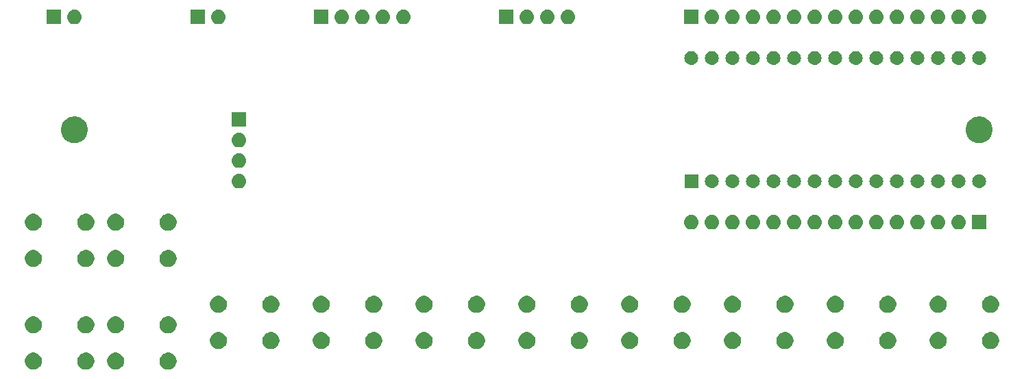
<source format=gbr>
G04 #@! TF.GenerationSoftware,KiCad,Pcbnew,(5.1.4)-1*
G04 #@! TF.CreationDate,2020-01-16T18:24:32+01:00*
G04 #@! TF.ProjectId,sinT,73696e54-2e6b-4696-9361-645f70636258,rev?*
G04 #@! TF.SameCoordinates,Original*
G04 #@! TF.FileFunction,Soldermask,Bot*
G04 #@! TF.FilePolarity,Negative*
%FSLAX46Y46*%
G04 Gerber Fmt 4.6, Leading zero omitted, Abs format (unit mm)*
G04 Created by KiCad (PCBNEW (5.1.4)-1) date 2020-01-16 18:24:32*
%MOMM*%
%LPD*%
G04 APERTURE LIST*
%ADD10C,0.100000*%
G04 APERTURE END LIST*
D10*
G36*
X105866564Y-145729389D02*
G01*
X106057833Y-145808615D01*
X106057835Y-145808616D01*
X106229973Y-145923635D01*
X106376365Y-146070027D01*
X106491385Y-146242167D01*
X106570611Y-146433436D01*
X106611000Y-146636484D01*
X106611000Y-146843516D01*
X106570611Y-147046564D01*
X106491385Y-147237833D01*
X106491384Y-147237835D01*
X106376365Y-147409973D01*
X106229973Y-147556365D01*
X106057835Y-147671384D01*
X106057834Y-147671385D01*
X106057833Y-147671385D01*
X105866564Y-147750611D01*
X105663516Y-147791000D01*
X105456484Y-147791000D01*
X105253436Y-147750611D01*
X105062167Y-147671385D01*
X105062166Y-147671385D01*
X105062165Y-147671384D01*
X104890027Y-147556365D01*
X104743635Y-147409973D01*
X104628616Y-147237835D01*
X104628615Y-147237833D01*
X104549389Y-147046564D01*
X104509000Y-146843516D01*
X104509000Y-146636484D01*
X104549389Y-146433436D01*
X104628615Y-146242167D01*
X104743635Y-146070027D01*
X104890027Y-145923635D01*
X105062165Y-145808616D01*
X105062167Y-145808615D01*
X105253436Y-145729389D01*
X105456484Y-145689000D01*
X105663516Y-145689000D01*
X105866564Y-145729389D01*
X105866564Y-145729389D01*
G37*
G36*
X99366564Y-145729389D02*
G01*
X99557833Y-145808615D01*
X99557835Y-145808616D01*
X99729973Y-145923635D01*
X99876365Y-146070027D01*
X99991385Y-146242167D01*
X100070611Y-146433436D01*
X100111000Y-146636484D01*
X100111000Y-146843516D01*
X100070611Y-147046564D01*
X99991385Y-147237833D01*
X99991384Y-147237835D01*
X99876365Y-147409973D01*
X99729973Y-147556365D01*
X99557835Y-147671384D01*
X99557834Y-147671385D01*
X99557833Y-147671385D01*
X99366564Y-147750611D01*
X99163516Y-147791000D01*
X98956484Y-147791000D01*
X98753436Y-147750611D01*
X98562167Y-147671385D01*
X98562166Y-147671385D01*
X98562165Y-147671384D01*
X98390027Y-147556365D01*
X98243635Y-147409973D01*
X98128616Y-147237835D01*
X98128615Y-147237833D01*
X98049389Y-147046564D01*
X98009000Y-146843516D01*
X98009000Y-146636484D01*
X98049389Y-146433436D01*
X98128615Y-146242167D01*
X98243635Y-146070027D01*
X98390027Y-145923635D01*
X98562165Y-145808616D01*
X98562167Y-145808615D01*
X98753436Y-145729389D01*
X98956484Y-145689000D01*
X99163516Y-145689000D01*
X99366564Y-145729389D01*
X99366564Y-145729389D01*
G37*
G36*
X89206564Y-145729389D02*
G01*
X89397833Y-145808615D01*
X89397835Y-145808616D01*
X89569973Y-145923635D01*
X89716365Y-146070027D01*
X89831385Y-146242167D01*
X89910611Y-146433436D01*
X89951000Y-146636484D01*
X89951000Y-146843516D01*
X89910611Y-147046564D01*
X89831385Y-147237833D01*
X89831384Y-147237835D01*
X89716365Y-147409973D01*
X89569973Y-147556365D01*
X89397835Y-147671384D01*
X89397834Y-147671385D01*
X89397833Y-147671385D01*
X89206564Y-147750611D01*
X89003516Y-147791000D01*
X88796484Y-147791000D01*
X88593436Y-147750611D01*
X88402167Y-147671385D01*
X88402166Y-147671385D01*
X88402165Y-147671384D01*
X88230027Y-147556365D01*
X88083635Y-147409973D01*
X87968616Y-147237835D01*
X87968615Y-147237833D01*
X87889389Y-147046564D01*
X87849000Y-146843516D01*
X87849000Y-146636484D01*
X87889389Y-146433436D01*
X87968615Y-146242167D01*
X88083635Y-146070027D01*
X88230027Y-145923635D01*
X88402165Y-145808616D01*
X88402167Y-145808615D01*
X88593436Y-145729389D01*
X88796484Y-145689000D01*
X89003516Y-145689000D01*
X89206564Y-145729389D01*
X89206564Y-145729389D01*
G37*
G36*
X95706564Y-145729389D02*
G01*
X95897833Y-145808615D01*
X95897835Y-145808616D01*
X96069973Y-145923635D01*
X96216365Y-146070027D01*
X96331385Y-146242167D01*
X96410611Y-146433436D01*
X96451000Y-146636484D01*
X96451000Y-146843516D01*
X96410611Y-147046564D01*
X96331385Y-147237833D01*
X96331384Y-147237835D01*
X96216365Y-147409973D01*
X96069973Y-147556365D01*
X95897835Y-147671384D01*
X95897834Y-147671385D01*
X95897833Y-147671385D01*
X95706564Y-147750611D01*
X95503516Y-147791000D01*
X95296484Y-147791000D01*
X95093436Y-147750611D01*
X94902167Y-147671385D01*
X94902166Y-147671385D01*
X94902165Y-147671384D01*
X94730027Y-147556365D01*
X94583635Y-147409973D01*
X94468616Y-147237835D01*
X94468615Y-147237833D01*
X94389389Y-147046564D01*
X94349000Y-146843516D01*
X94349000Y-146636484D01*
X94389389Y-146433436D01*
X94468615Y-146242167D01*
X94583635Y-146070027D01*
X94730027Y-145923635D01*
X94902165Y-145808616D01*
X94902167Y-145808615D01*
X95093436Y-145729389D01*
X95296484Y-145689000D01*
X95503516Y-145689000D01*
X95706564Y-145729389D01*
X95706564Y-145729389D01*
G37*
G36*
X112066564Y-143189389D02*
G01*
X112214367Y-143250611D01*
X112257835Y-143268616D01*
X112291335Y-143291000D01*
X112429973Y-143383635D01*
X112576365Y-143530027D01*
X112691385Y-143702167D01*
X112770611Y-143893436D01*
X112811000Y-144096484D01*
X112811000Y-144303516D01*
X112770611Y-144506564D01*
X112691385Y-144697833D01*
X112691384Y-144697835D01*
X112576365Y-144869973D01*
X112429973Y-145016365D01*
X112257835Y-145131384D01*
X112257834Y-145131385D01*
X112257833Y-145131385D01*
X112066564Y-145210611D01*
X111863516Y-145251000D01*
X111656484Y-145251000D01*
X111453436Y-145210611D01*
X111262167Y-145131385D01*
X111262166Y-145131385D01*
X111262165Y-145131384D01*
X111090027Y-145016365D01*
X110943635Y-144869973D01*
X110828616Y-144697835D01*
X110828615Y-144697833D01*
X110749389Y-144506564D01*
X110709000Y-144303516D01*
X110709000Y-144096484D01*
X110749389Y-143893436D01*
X110828615Y-143702167D01*
X110943635Y-143530027D01*
X111090027Y-143383635D01*
X111228665Y-143291000D01*
X111262165Y-143268616D01*
X111305633Y-143250611D01*
X111453436Y-143189389D01*
X111656484Y-143149000D01*
X111863516Y-143149000D01*
X112066564Y-143189389D01*
X112066564Y-143189389D01*
G37*
G36*
X207466564Y-143189389D02*
G01*
X207614367Y-143250611D01*
X207657835Y-143268616D01*
X207691335Y-143291000D01*
X207829973Y-143383635D01*
X207976365Y-143530027D01*
X208091385Y-143702167D01*
X208170611Y-143893436D01*
X208211000Y-144096484D01*
X208211000Y-144303516D01*
X208170611Y-144506564D01*
X208091385Y-144697833D01*
X208091384Y-144697835D01*
X207976365Y-144869973D01*
X207829973Y-145016365D01*
X207657835Y-145131384D01*
X207657834Y-145131385D01*
X207657833Y-145131385D01*
X207466564Y-145210611D01*
X207263516Y-145251000D01*
X207056484Y-145251000D01*
X206853436Y-145210611D01*
X206662167Y-145131385D01*
X206662166Y-145131385D01*
X206662165Y-145131384D01*
X206490027Y-145016365D01*
X206343635Y-144869973D01*
X206228616Y-144697835D01*
X206228615Y-144697833D01*
X206149389Y-144506564D01*
X206109000Y-144303516D01*
X206109000Y-144096484D01*
X206149389Y-143893436D01*
X206228615Y-143702167D01*
X206343635Y-143530027D01*
X206490027Y-143383635D01*
X206628665Y-143291000D01*
X206662165Y-143268616D01*
X206705633Y-143250611D01*
X206853436Y-143189389D01*
X207056484Y-143149000D01*
X207263516Y-143149000D01*
X207466564Y-143189389D01*
X207466564Y-143189389D01*
G37*
G36*
X200966564Y-143189389D02*
G01*
X201114367Y-143250611D01*
X201157835Y-143268616D01*
X201191335Y-143291000D01*
X201329973Y-143383635D01*
X201476365Y-143530027D01*
X201591385Y-143702167D01*
X201670611Y-143893436D01*
X201711000Y-144096484D01*
X201711000Y-144303516D01*
X201670611Y-144506564D01*
X201591385Y-144697833D01*
X201591384Y-144697835D01*
X201476365Y-144869973D01*
X201329973Y-145016365D01*
X201157835Y-145131384D01*
X201157834Y-145131385D01*
X201157833Y-145131385D01*
X200966564Y-145210611D01*
X200763516Y-145251000D01*
X200556484Y-145251000D01*
X200353436Y-145210611D01*
X200162167Y-145131385D01*
X200162166Y-145131385D01*
X200162165Y-145131384D01*
X199990027Y-145016365D01*
X199843635Y-144869973D01*
X199728616Y-144697835D01*
X199728615Y-144697833D01*
X199649389Y-144506564D01*
X199609000Y-144303516D01*
X199609000Y-144096484D01*
X199649389Y-143893436D01*
X199728615Y-143702167D01*
X199843635Y-143530027D01*
X199990027Y-143383635D01*
X200128665Y-143291000D01*
X200162165Y-143268616D01*
X200205633Y-143250611D01*
X200353436Y-143189389D01*
X200556484Y-143149000D01*
X200763516Y-143149000D01*
X200966564Y-143189389D01*
X200966564Y-143189389D01*
G37*
G36*
X194766564Y-143189389D02*
G01*
X194914367Y-143250611D01*
X194957835Y-143268616D01*
X194991335Y-143291000D01*
X195129973Y-143383635D01*
X195276365Y-143530027D01*
X195391385Y-143702167D01*
X195470611Y-143893436D01*
X195511000Y-144096484D01*
X195511000Y-144303516D01*
X195470611Y-144506564D01*
X195391385Y-144697833D01*
X195391384Y-144697835D01*
X195276365Y-144869973D01*
X195129973Y-145016365D01*
X194957835Y-145131384D01*
X194957834Y-145131385D01*
X194957833Y-145131385D01*
X194766564Y-145210611D01*
X194563516Y-145251000D01*
X194356484Y-145251000D01*
X194153436Y-145210611D01*
X193962167Y-145131385D01*
X193962166Y-145131385D01*
X193962165Y-145131384D01*
X193790027Y-145016365D01*
X193643635Y-144869973D01*
X193528616Y-144697835D01*
X193528615Y-144697833D01*
X193449389Y-144506564D01*
X193409000Y-144303516D01*
X193409000Y-144096484D01*
X193449389Y-143893436D01*
X193528615Y-143702167D01*
X193643635Y-143530027D01*
X193790027Y-143383635D01*
X193928665Y-143291000D01*
X193962165Y-143268616D01*
X194005633Y-143250611D01*
X194153436Y-143189389D01*
X194356484Y-143149000D01*
X194563516Y-143149000D01*
X194766564Y-143189389D01*
X194766564Y-143189389D01*
G37*
G36*
X182066564Y-143189389D02*
G01*
X182214367Y-143250611D01*
X182257835Y-143268616D01*
X182291335Y-143291000D01*
X182429973Y-143383635D01*
X182576365Y-143530027D01*
X182691385Y-143702167D01*
X182770611Y-143893436D01*
X182811000Y-144096484D01*
X182811000Y-144303516D01*
X182770611Y-144506564D01*
X182691385Y-144697833D01*
X182691384Y-144697835D01*
X182576365Y-144869973D01*
X182429973Y-145016365D01*
X182257835Y-145131384D01*
X182257834Y-145131385D01*
X182257833Y-145131385D01*
X182066564Y-145210611D01*
X181863516Y-145251000D01*
X181656484Y-145251000D01*
X181453436Y-145210611D01*
X181262167Y-145131385D01*
X181262166Y-145131385D01*
X181262165Y-145131384D01*
X181090027Y-145016365D01*
X180943635Y-144869973D01*
X180828616Y-144697835D01*
X180828615Y-144697833D01*
X180749389Y-144506564D01*
X180709000Y-144303516D01*
X180709000Y-144096484D01*
X180749389Y-143893436D01*
X180828615Y-143702167D01*
X180943635Y-143530027D01*
X181090027Y-143383635D01*
X181228665Y-143291000D01*
X181262165Y-143268616D01*
X181305633Y-143250611D01*
X181453436Y-143189389D01*
X181656484Y-143149000D01*
X181863516Y-143149000D01*
X182066564Y-143189389D01*
X182066564Y-143189389D01*
G37*
G36*
X175566564Y-143189389D02*
G01*
X175714367Y-143250611D01*
X175757835Y-143268616D01*
X175791335Y-143291000D01*
X175929973Y-143383635D01*
X176076365Y-143530027D01*
X176191385Y-143702167D01*
X176270611Y-143893436D01*
X176311000Y-144096484D01*
X176311000Y-144303516D01*
X176270611Y-144506564D01*
X176191385Y-144697833D01*
X176191384Y-144697835D01*
X176076365Y-144869973D01*
X175929973Y-145016365D01*
X175757835Y-145131384D01*
X175757834Y-145131385D01*
X175757833Y-145131385D01*
X175566564Y-145210611D01*
X175363516Y-145251000D01*
X175156484Y-145251000D01*
X174953436Y-145210611D01*
X174762167Y-145131385D01*
X174762166Y-145131385D01*
X174762165Y-145131384D01*
X174590027Y-145016365D01*
X174443635Y-144869973D01*
X174328616Y-144697835D01*
X174328615Y-144697833D01*
X174249389Y-144506564D01*
X174209000Y-144303516D01*
X174209000Y-144096484D01*
X174249389Y-143893436D01*
X174328615Y-143702167D01*
X174443635Y-143530027D01*
X174590027Y-143383635D01*
X174728665Y-143291000D01*
X174762165Y-143268616D01*
X174805633Y-143250611D01*
X174953436Y-143189389D01*
X175156484Y-143149000D01*
X175363516Y-143149000D01*
X175566564Y-143189389D01*
X175566564Y-143189389D01*
G37*
G36*
X169366564Y-143189389D02*
G01*
X169514367Y-143250611D01*
X169557835Y-143268616D01*
X169591335Y-143291000D01*
X169729973Y-143383635D01*
X169876365Y-143530027D01*
X169991385Y-143702167D01*
X170070611Y-143893436D01*
X170111000Y-144096484D01*
X170111000Y-144303516D01*
X170070611Y-144506564D01*
X169991385Y-144697833D01*
X169991384Y-144697835D01*
X169876365Y-144869973D01*
X169729973Y-145016365D01*
X169557835Y-145131384D01*
X169557834Y-145131385D01*
X169557833Y-145131385D01*
X169366564Y-145210611D01*
X169163516Y-145251000D01*
X168956484Y-145251000D01*
X168753436Y-145210611D01*
X168562167Y-145131385D01*
X168562166Y-145131385D01*
X168562165Y-145131384D01*
X168390027Y-145016365D01*
X168243635Y-144869973D01*
X168128616Y-144697835D01*
X168128615Y-144697833D01*
X168049389Y-144506564D01*
X168009000Y-144303516D01*
X168009000Y-144096484D01*
X168049389Y-143893436D01*
X168128615Y-143702167D01*
X168243635Y-143530027D01*
X168390027Y-143383635D01*
X168528665Y-143291000D01*
X168562165Y-143268616D01*
X168605633Y-143250611D01*
X168753436Y-143189389D01*
X168956484Y-143149000D01*
X169163516Y-143149000D01*
X169366564Y-143189389D01*
X169366564Y-143189389D01*
G37*
G36*
X162866564Y-143189389D02*
G01*
X163014367Y-143250611D01*
X163057835Y-143268616D01*
X163091335Y-143291000D01*
X163229973Y-143383635D01*
X163376365Y-143530027D01*
X163491385Y-143702167D01*
X163570611Y-143893436D01*
X163611000Y-144096484D01*
X163611000Y-144303516D01*
X163570611Y-144506564D01*
X163491385Y-144697833D01*
X163491384Y-144697835D01*
X163376365Y-144869973D01*
X163229973Y-145016365D01*
X163057835Y-145131384D01*
X163057834Y-145131385D01*
X163057833Y-145131385D01*
X162866564Y-145210611D01*
X162663516Y-145251000D01*
X162456484Y-145251000D01*
X162253436Y-145210611D01*
X162062167Y-145131385D01*
X162062166Y-145131385D01*
X162062165Y-145131384D01*
X161890027Y-145016365D01*
X161743635Y-144869973D01*
X161628616Y-144697835D01*
X161628615Y-144697833D01*
X161549389Y-144506564D01*
X161509000Y-144303516D01*
X161509000Y-144096484D01*
X161549389Y-143893436D01*
X161628615Y-143702167D01*
X161743635Y-143530027D01*
X161890027Y-143383635D01*
X162028665Y-143291000D01*
X162062165Y-143268616D01*
X162105633Y-143250611D01*
X162253436Y-143189389D01*
X162456484Y-143149000D01*
X162663516Y-143149000D01*
X162866564Y-143189389D01*
X162866564Y-143189389D01*
G37*
G36*
X150166564Y-143189389D02*
G01*
X150314367Y-143250611D01*
X150357835Y-143268616D01*
X150391335Y-143291000D01*
X150529973Y-143383635D01*
X150676365Y-143530027D01*
X150791385Y-143702167D01*
X150870611Y-143893436D01*
X150911000Y-144096484D01*
X150911000Y-144303516D01*
X150870611Y-144506564D01*
X150791385Y-144697833D01*
X150791384Y-144697835D01*
X150676365Y-144869973D01*
X150529973Y-145016365D01*
X150357835Y-145131384D01*
X150357834Y-145131385D01*
X150357833Y-145131385D01*
X150166564Y-145210611D01*
X149963516Y-145251000D01*
X149756484Y-145251000D01*
X149553436Y-145210611D01*
X149362167Y-145131385D01*
X149362166Y-145131385D01*
X149362165Y-145131384D01*
X149190027Y-145016365D01*
X149043635Y-144869973D01*
X148928616Y-144697835D01*
X148928615Y-144697833D01*
X148849389Y-144506564D01*
X148809000Y-144303516D01*
X148809000Y-144096484D01*
X148849389Y-143893436D01*
X148928615Y-143702167D01*
X149043635Y-143530027D01*
X149190027Y-143383635D01*
X149328665Y-143291000D01*
X149362165Y-143268616D01*
X149405633Y-143250611D01*
X149553436Y-143189389D01*
X149756484Y-143149000D01*
X149963516Y-143149000D01*
X150166564Y-143189389D01*
X150166564Y-143189389D01*
G37*
G36*
X143966564Y-143189389D02*
G01*
X144114367Y-143250611D01*
X144157835Y-143268616D01*
X144191335Y-143291000D01*
X144329973Y-143383635D01*
X144476365Y-143530027D01*
X144591385Y-143702167D01*
X144670611Y-143893436D01*
X144711000Y-144096484D01*
X144711000Y-144303516D01*
X144670611Y-144506564D01*
X144591385Y-144697833D01*
X144591384Y-144697835D01*
X144476365Y-144869973D01*
X144329973Y-145016365D01*
X144157835Y-145131384D01*
X144157834Y-145131385D01*
X144157833Y-145131385D01*
X143966564Y-145210611D01*
X143763516Y-145251000D01*
X143556484Y-145251000D01*
X143353436Y-145210611D01*
X143162167Y-145131385D01*
X143162166Y-145131385D01*
X143162165Y-145131384D01*
X142990027Y-145016365D01*
X142843635Y-144869973D01*
X142728616Y-144697835D01*
X142728615Y-144697833D01*
X142649389Y-144506564D01*
X142609000Y-144303516D01*
X142609000Y-144096484D01*
X142649389Y-143893436D01*
X142728615Y-143702167D01*
X142843635Y-143530027D01*
X142990027Y-143383635D01*
X143128665Y-143291000D01*
X143162165Y-143268616D01*
X143205633Y-143250611D01*
X143353436Y-143189389D01*
X143556484Y-143149000D01*
X143763516Y-143149000D01*
X143966564Y-143189389D01*
X143966564Y-143189389D01*
G37*
G36*
X137466564Y-143189389D02*
G01*
X137614367Y-143250611D01*
X137657835Y-143268616D01*
X137691335Y-143291000D01*
X137829973Y-143383635D01*
X137976365Y-143530027D01*
X138091385Y-143702167D01*
X138170611Y-143893436D01*
X138211000Y-144096484D01*
X138211000Y-144303516D01*
X138170611Y-144506564D01*
X138091385Y-144697833D01*
X138091384Y-144697835D01*
X137976365Y-144869973D01*
X137829973Y-145016365D01*
X137657835Y-145131384D01*
X137657834Y-145131385D01*
X137657833Y-145131385D01*
X137466564Y-145210611D01*
X137263516Y-145251000D01*
X137056484Y-145251000D01*
X136853436Y-145210611D01*
X136662167Y-145131385D01*
X136662166Y-145131385D01*
X136662165Y-145131384D01*
X136490027Y-145016365D01*
X136343635Y-144869973D01*
X136228616Y-144697835D01*
X136228615Y-144697833D01*
X136149389Y-144506564D01*
X136109000Y-144303516D01*
X136109000Y-144096484D01*
X136149389Y-143893436D01*
X136228615Y-143702167D01*
X136343635Y-143530027D01*
X136490027Y-143383635D01*
X136628665Y-143291000D01*
X136662165Y-143268616D01*
X136705633Y-143250611D01*
X136853436Y-143189389D01*
X137056484Y-143149000D01*
X137263516Y-143149000D01*
X137466564Y-143189389D01*
X137466564Y-143189389D01*
G37*
G36*
X131266564Y-143189389D02*
G01*
X131414367Y-143250611D01*
X131457835Y-143268616D01*
X131491335Y-143291000D01*
X131629973Y-143383635D01*
X131776365Y-143530027D01*
X131891385Y-143702167D01*
X131970611Y-143893436D01*
X132011000Y-144096484D01*
X132011000Y-144303516D01*
X131970611Y-144506564D01*
X131891385Y-144697833D01*
X131891384Y-144697835D01*
X131776365Y-144869973D01*
X131629973Y-145016365D01*
X131457835Y-145131384D01*
X131457834Y-145131385D01*
X131457833Y-145131385D01*
X131266564Y-145210611D01*
X131063516Y-145251000D01*
X130856484Y-145251000D01*
X130653436Y-145210611D01*
X130462167Y-145131385D01*
X130462166Y-145131385D01*
X130462165Y-145131384D01*
X130290027Y-145016365D01*
X130143635Y-144869973D01*
X130028616Y-144697835D01*
X130028615Y-144697833D01*
X129949389Y-144506564D01*
X129909000Y-144303516D01*
X129909000Y-144096484D01*
X129949389Y-143893436D01*
X130028615Y-143702167D01*
X130143635Y-143530027D01*
X130290027Y-143383635D01*
X130428665Y-143291000D01*
X130462165Y-143268616D01*
X130505633Y-143250611D01*
X130653436Y-143189389D01*
X130856484Y-143149000D01*
X131063516Y-143149000D01*
X131266564Y-143189389D01*
X131266564Y-143189389D01*
G37*
G36*
X124766564Y-143189389D02*
G01*
X124914367Y-143250611D01*
X124957835Y-143268616D01*
X124991335Y-143291000D01*
X125129973Y-143383635D01*
X125276365Y-143530027D01*
X125391385Y-143702167D01*
X125470611Y-143893436D01*
X125511000Y-144096484D01*
X125511000Y-144303516D01*
X125470611Y-144506564D01*
X125391385Y-144697833D01*
X125391384Y-144697835D01*
X125276365Y-144869973D01*
X125129973Y-145016365D01*
X124957835Y-145131384D01*
X124957834Y-145131385D01*
X124957833Y-145131385D01*
X124766564Y-145210611D01*
X124563516Y-145251000D01*
X124356484Y-145251000D01*
X124153436Y-145210611D01*
X123962167Y-145131385D01*
X123962166Y-145131385D01*
X123962165Y-145131384D01*
X123790027Y-145016365D01*
X123643635Y-144869973D01*
X123528616Y-144697835D01*
X123528615Y-144697833D01*
X123449389Y-144506564D01*
X123409000Y-144303516D01*
X123409000Y-144096484D01*
X123449389Y-143893436D01*
X123528615Y-143702167D01*
X123643635Y-143530027D01*
X123790027Y-143383635D01*
X123928665Y-143291000D01*
X123962165Y-143268616D01*
X124005633Y-143250611D01*
X124153436Y-143189389D01*
X124356484Y-143149000D01*
X124563516Y-143149000D01*
X124766564Y-143189389D01*
X124766564Y-143189389D01*
G37*
G36*
X118566564Y-143189389D02*
G01*
X118714367Y-143250611D01*
X118757835Y-143268616D01*
X118791335Y-143291000D01*
X118929973Y-143383635D01*
X119076365Y-143530027D01*
X119191385Y-143702167D01*
X119270611Y-143893436D01*
X119311000Y-144096484D01*
X119311000Y-144303516D01*
X119270611Y-144506564D01*
X119191385Y-144697833D01*
X119191384Y-144697835D01*
X119076365Y-144869973D01*
X118929973Y-145016365D01*
X118757835Y-145131384D01*
X118757834Y-145131385D01*
X118757833Y-145131385D01*
X118566564Y-145210611D01*
X118363516Y-145251000D01*
X118156484Y-145251000D01*
X117953436Y-145210611D01*
X117762167Y-145131385D01*
X117762166Y-145131385D01*
X117762165Y-145131384D01*
X117590027Y-145016365D01*
X117443635Y-144869973D01*
X117328616Y-144697835D01*
X117328615Y-144697833D01*
X117249389Y-144506564D01*
X117209000Y-144303516D01*
X117209000Y-144096484D01*
X117249389Y-143893436D01*
X117328615Y-143702167D01*
X117443635Y-143530027D01*
X117590027Y-143383635D01*
X117728665Y-143291000D01*
X117762165Y-143268616D01*
X117805633Y-143250611D01*
X117953436Y-143189389D01*
X118156484Y-143149000D01*
X118363516Y-143149000D01*
X118566564Y-143189389D01*
X118566564Y-143189389D01*
G37*
G36*
X188266564Y-143189389D02*
G01*
X188414367Y-143250611D01*
X188457835Y-143268616D01*
X188491335Y-143291000D01*
X188629973Y-143383635D01*
X188776365Y-143530027D01*
X188891385Y-143702167D01*
X188970611Y-143893436D01*
X189011000Y-144096484D01*
X189011000Y-144303516D01*
X188970611Y-144506564D01*
X188891385Y-144697833D01*
X188891384Y-144697835D01*
X188776365Y-144869973D01*
X188629973Y-145016365D01*
X188457835Y-145131384D01*
X188457834Y-145131385D01*
X188457833Y-145131385D01*
X188266564Y-145210611D01*
X188063516Y-145251000D01*
X187856484Y-145251000D01*
X187653436Y-145210611D01*
X187462167Y-145131385D01*
X187462166Y-145131385D01*
X187462165Y-145131384D01*
X187290027Y-145016365D01*
X187143635Y-144869973D01*
X187028616Y-144697835D01*
X187028615Y-144697833D01*
X186949389Y-144506564D01*
X186909000Y-144303516D01*
X186909000Y-144096484D01*
X186949389Y-143893436D01*
X187028615Y-143702167D01*
X187143635Y-143530027D01*
X187290027Y-143383635D01*
X187428665Y-143291000D01*
X187462165Y-143268616D01*
X187505633Y-143250611D01*
X187653436Y-143189389D01*
X187856484Y-143149000D01*
X188063516Y-143149000D01*
X188266564Y-143189389D01*
X188266564Y-143189389D01*
G37*
G36*
X156666564Y-143189389D02*
G01*
X156814367Y-143250611D01*
X156857835Y-143268616D01*
X156891335Y-143291000D01*
X157029973Y-143383635D01*
X157176365Y-143530027D01*
X157291385Y-143702167D01*
X157370611Y-143893436D01*
X157411000Y-144096484D01*
X157411000Y-144303516D01*
X157370611Y-144506564D01*
X157291385Y-144697833D01*
X157291384Y-144697835D01*
X157176365Y-144869973D01*
X157029973Y-145016365D01*
X156857835Y-145131384D01*
X156857834Y-145131385D01*
X156857833Y-145131385D01*
X156666564Y-145210611D01*
X156463516Y-145251000D01*
X156256484Y-145251000D01*
X156053436Y-145210611D01*
X155862167Y-145131385D01*
X155862166Y-145131385D01*
X155862165Y-145131384D01*
X155690027Y-145016365D01*
X155543635Y-144869973D01*
X155428616Y-144697835D01*
X155428615Y-144697833D01*
X155349389Y-144506564D01*
X155309000Y-144303516D01*
X155309000Y-144096484D01*
X155349389Y-143893436D01*
X155428615Y-143702167D01*
X155543635Y-143530027D01*
X155690027Y-143383635D01*
X155828665Y-143291000D01*
X155862165Y-143268616D01*
X155905633Y-143250611D01*
X156053436Y-143189389D01*
X156256484Y-143149000D01*
X156463516Y-143149000D01*
X156666564Y-143189389D01*
X156666564Y-143189389D01*
G37*
G36*
X95706564Y-141229389D02*
G01*
X95897833Y-141308615D01*
X95897835Y-141308616D01*
X96069973Y-141423635D01*
X96216365Y-141570027D01*
X96331385Y-141742167D01*
X96410611Y-141933436D01*
X96451000Y-142136484D01*
X96451000Y-142343516D01*
X96410611Y-142546564D01*
X96331385Y-142737833D01*
X96331384Y-142737835D01*
X96216365Y-142909973D01*
X96069973Y-143056365D01*
X95897835Y-143171384D01*
X95897834Y-143171385D01*
X95897833Y-143171385D01*
X95706564Y-143250611D01*
X95503516Y-143291000D01*
X95296484Y-143291000D01*
X95093436Y-143250611D01*
X94902167Y-143171385D01*
X94902166Y-143171385D01*
X94902165Y-143171384D01*
X94730027Y-143056365D01*
X94583635Y-142909973D01*
X94468616Y-142737835D01*
X94468615Y-142737833D01*
X94389389Y-142546564D01*
X94349000Y-142343516D01*
X94349000Y-142136484D01*
X94389389Y-141933436D01*
X94468615Y-141742167D01*
X94583635Y-141570027D01*
X94730027Y-141423635D01*
X94902165Y-141308616D01*
X94902167Y-141308615D01*
X95093436Y-141229389D01*
X95296484Y-141189000D01*
X95503516Y-141189000D01*
X95706564Y-141229389D01*
X95706564Y-141229389D01*
G37*
G36*
X105866564Y-141229389D02*
G01*
X106057833Y-141308615D01*
X106057835Y-141308616D01*
X106229973Y-141423635D01*
X106376365Y-141570027D01*
X106491385Y-141742167D01*
X106570611Y-141933436D01*
X106611000Y-142136484D01*
X106611000Y-142343516D01*
X106570611Y-142546564D01*
X106491385Y-142737833D01*
X106491384Y-142737835D01*
X106376365Y-142909973D01*
X106229973Y-143056365D01*
X106057835Y-143171384D01*
X106057834Y-143171385D01*
X106057833Y-143171385D01*
X105866564Y-143250611D01*
X105663516Y-143291000D01*
X105456484Y-143291000D01*
X105253436Y-143250611D01*
X105062167Y-143171385D01*
X105062166Y-143171385D01*
X105062165Y-143171384D01*
X104890027Y-143056365D01*
X104743635Y-142909973D01*
X104628616Y-142737835D01*
X104628615Y-142737833D01*
X104549389Y-142546564D01*
X104509000Y-142343516D01*
X104509000Y-142136484D01*
X104549389Y-141933436D01*
X104628615Y-141742167D01*
X104743635Y-141570027D01*
X104890027Y-141423635D01*
X105062165Y-141308616D01*
X105062167Y-141308615D01*
X105253436Y-141229389D01*
X105456484Y-141189000D01*
X105663516Y-141189000D01*
X105866564Y-141229389D01*
X105866564Y-141229389D01*
G37*
G36*
X89206564Y-141229389D02*
G01*
X89397833Y-141308615D01*
X89397835Y-141308616D01*
X89569973Y-141423635D01*
X89716365Y-141570027D01*
X89831385Y-141742167D01*
X89910611Y-141933436D01*
X89951000Y-142136484D01*
X89951000Y-142343516D01*
X89910611Y-142546564D01*
X89831385Y-142737833D01*
X89831384Y-142737835D01*
X89716365Y-142909973D01*
X89569973Y-143056365D01*
X89397835Y-143171384D01*
X89397834Y-143171385D01*
X89397833Y-143171385D01*
X89206564Y-143250611D01*
X89003516Y-143291000D01*
X88796484Y-143291000D01*
X88593436Y-143250611D01*
X88402167Y-143171385D01*
X88402166Y-143171385D01*
X88402165Y-143171384D01*
X88230027Y-143056365D01*
X88083635Y-142909973D01*
X87968616Y-142737835D01*
X87968615Y-142737833D01*
X87889389Y-142546564D01*
X87849000Y-142343516D01*
X87849000Y-142136484D01*
X87889389Y-141933436D01*
X87968615Y-141742167D01*
X88083635Y-141570027D01*
X88230027Y-141423635D01*
X88402165Y-141308616D01*
X88402167Y-141308615D01*
X88593436Y-141229389D01*
X88796484Y-141189000D01*
X89003516Y-141189000D01*
X89206564Y-141229389D01*
X89206564Y-141229389D01*
G37*
G36*
X99366564Y-141229389D02*
G01*
X99557833Y-141308615D01*
X99557835Y-141308616D01*
X99729973Y-141423635D01*
X99876365Y-141570027D01*
X99991385Y-141742167D01*
X100070611Y-141933436D01*
X100111000Y-142136484D01*
X100111000Y-142343516D01*
X100070611Y-142546564D01*
X99991385Y-142737833D01*
X99991384Y-142737835D01*
X99876365Y-142909973D01*
X99729973Y-143056365D01*
X99557835Y-143171384D01*
X99557834Y-143171385D01*
X99557833Y-143171385D01*
X99366564Y-143250611D01*
X99163516Y-143291000D01*
X98956484Y-143291000D01*
X98753436Y-143250611D01*
X98562167Y-143171385D01*
X98562166Y-143171385D01*
X98562165Y-143171384D01*
X98390027Y-143056365D01*
X98243635Y-142909973D01*
X98128616Y-142737835D01*
X98128615Y-142737833D01*
X98049389Y-142546564D01*
X98009000Y-142343516D01*
X98009000Y-142136484D01*
X98049389Y-141933436D01*
X98128615Y-141742167D01*
X98243635Y-141570027D01*
X98390027Y-141423635D01*
X98562165Y-141308616D01*
X98562167Y-141308615D01*
X98753436Y-141229389D01*
X98956484Y-141189000D01*
X99163516Y-141189000D01*
X99366564Y-141229389D01*
X99366564Y-141229389D01*
G37*
G36*
X112066564Y-138689389D02*
G01*
X112257833Y-138768615D01*
X112257835Y-138768616D01*
X112429973Y-138883635D01*
X112576365Y-139030027D01*
X112691385Y-139202167D01*
X112770611Y-139393436D01*
X112811000Y-139596484D01*
X112811000Y-139803516D01*
X112770611Y-140006564D01*
X112691385Y-140197833D01*
X112691384Y-140197835D01*
X112576365Y-140369973D01*
X112429973Y-140516365D01*
X112257835Y-140631384D01*
X112257834Y-140631385D01*
X112257833Y-140631385D01*
X112066564Y-140710611D01*
X111863516Y-140751000D01*
X111656484Y-140751000D01*
X111453436Y-140710611D01*
X111262167Y-140631385D01*
X111262166Y-140631385D01*
X111262165Y-140631384D01*
X111090027Y-140516365D01*
X110943635Y-140369973D01*
X110828616Y-140197835D01*
X110828615Y-140197833D01*
X110749389Y-140006564D01*
X110709000Y-139803516D01*
X110709000Y-139596484D01*
X110749389Y-139393436D01*
X110828615Y-139202167D01*
X110943635Y-139030027D01*
X111090027Y-138883635D01*
X111262165Y-138768616D01*
X111262167Y-138768615D01*
X111453436Y-138689389D01*
X111656484Y-138649000D01*
X111863516Y-138649000D01*
X112066564Y-138689389D01*
X112066564Y-138689389D01*
G37*
G36*
X118566564Y-138689389D02*
G01*
X118757833Y-138768615D01*
X118757835Y-138768616D01*
X118929973Y-138883635D01*
X119076365Y-139030027D01*
X119191385Y-139202167D01*
X119270611Y-139393436D01*
X119311000Y-139596484D01*
X119311000Y-139803516D01*
X119270611Y-140006564D01*
X119191385Y-140197833D01*
X119191384Y-140197835D01*
X119076365Y-140369973D01*
X118929973Y-140516365D01*
X118757835Y-140631384D01*
X118757834Y-140631385D01*
X118757833Y-140631385D01*
X118566564Y-140710611D01*
X118363516Y-140751000D01*
X118156484Y-140751000D01*
X117953436Y-140710611D01*
X117762167Y-140631385D01*
X117762166Y-140631385D01*
X117762165Y-140631384D01*
X117590027Y-140516365D01*
X117443635Y-140369973D01*
X117328616Y-140197835D01*
X117328615Y-140197833D01*
X117249389Y-140006564D01*
X117209000Y-139803516D01*
X117209000Y-139596484D01*
X117249389Y-139393436D01*
X117328615Y-139202167D01*
X117443635Y-139030027D01*
X117590027Y-138883635D01*
X117762165Y-138768616D01*
X117762167Y-138768615D01*
X117953436Y-138689389D01*
X118156484Y-138649000D01*
X118363516Y-138649000D01*
X118566564Y-138689389D01*
X118566564Y-138689389D01*
G37*
G36*
X124766564Y-138689389D02*
G01*
X124957833Y-138768615D01*
X124957835Y-138768616D01*
X125129973Y-138883635D01*
X125276365Y-139030027D01*
X125391385Y-139202167D01*
X125470611Y-139393436D01*
X125511000Y-139596484D01*
X125511000Y-139803516D01*
X125470611Y-140006564D01*
X125391385Y-140197833D01*
X125391384Y-140197835D01*
X125276365Y-140369973D01*
X125129973Y-140516365D01*
X124957835Y-140631384D01*
X124957834Y-140631385D01*
X124957833Y-140631385D01*
X124766564Y-140710611D01*
X124563516Y-140751000D01*
X124356484Y-140751000D01*
X124153436Y-140710611D01*
X123962167Y-140631385D01*
X123962166Y-140631385D01*
X123962165Y-140631384D01*
X123790027Y-140516365D01*
X123643635Y-140369973D01*
X123528616Y-140197835D01*
X123528615Y-140197833D01*
X123449389Y-140006564D01*
X123409000Y-139803516D01*
X123409000Y-139596484D01*
X123449389Y-139393436D01*
X123528615Y-139202167D01*
X123643635Y-139030027D01*
X123790027Y-138883635D01*
X123962165Y-138768616D01*
X123962167Y-138768615D01*
X124153436Y-138689389D01*
X124356484Y-138649000D01*
X124563516Y-138649000D01*
X124766564Y-138689389D01*
X124766564Y-138689389D01*
G37*
G36*
X131266564Y-138689389D02*
G01*
X131457833Y-138768615D01*
X131457835Y-138768616D01*
X131629973Y-138883635D01*
X131776365Y-139030027D01*
X131891385Y-139202167D01*
X131970611Y-139393436D01*
X132011000Y-139596484D01*
X132011000Y-139803516D01*
X131970611Y-140006564D01*
X131891385Y-140197833D01*
X131891384Y-140197835D01*
X131776365Y-140369973D01*
X131629973Y-140516365D01*
X131457835Y-140631384D01*
X131457834Y-140631385D01*
X131457833Y-140631385D01*
X131266564Y-140710611D01*
X131063516Y-140751000D01*
X130856484Y-140751000D01*
X130653436Y-140710611D01*
X130462167Y-140631385D01*
X130462166Y-140631385D01*
X130462165Y-140631384D01*
X130290027Y-140516365D01*
X130143635Y-140369973D01*
X130028616Y-140197835D01*
X130028615Y-140197833D01*
X129949389Y-140006564D01*
X129909000Y-139803516D01*
X129909000Y-139596484D01*
X129949389Y-139393436D01*
X130028615Y-139202167D01*
X130143635Y-139030027D01*
X130290027Y-138883635D01*
X130462165Y-138768616D01*
X130462167Y-138768615D01*
X130653436Y-138689389D01*
X130856484Y-138649000D01*
X131063516Y-138649000D01*
X131266564Y-138689389D01*
X131266564Y-138689389D01*
G37*
G36*
X143966564Y-138689389D02*
G01*
X144157833Y-138768615D01*
X144157835Y-138768616D01*
X144329973Y-138883635D01*
X144476365Y-139030027D01*
X144591385Y-139202167D01*
X144670611Y-139393436D01*
X144711000Y-139596484D01*
X144711000Y-139803516D01*
X144670611Y-140006564D01*
X144591385Y-140197833D01*
X144591384Y-140197835D01*
X144476365Y-140369973D01*
X144329973Y-140516365D01*
X144157835Y-140631384D01*
X144157834Y-140631385D01*
X144157833Y-140631385D01*
X143966564Y-140710611D01*
X143763516Y-140751000D01*
X143556484Y-140751000D01*
X143353436Y-140710611D01*
X143162167Y-140631385D01*
X143162166Y-140631385D01*
X143162165Y-140631384D01*
X142990027Y-140516365D01*
X142843635Y-140369973D01*
X142728616Y-140197835D01*
X142728615Y-140197833D01*
X142649389Y-140006564D01*
X142609000Y-139803516D01*
X142609000Y-139596484D01*
X142649389Y-139393436D01*
X142728615Y-139202167D01*
X142843635Y-139030027D01*
X142990027Y-138883635D01*
X143162165Y-138768616D01*
X143162167Y-138768615D01*
X143353436Y-138689389D01*
X143556484Y-138649000D01*
X143763516Y-138649000D01*
X143966564Y-138689389D01*
X143966564Y-138689389D01*
G37*
G36*
X137466564Y-138689389D02*
G01*
X137657833Y-138768615D01*
X137657835Y-138768616D01*
X137829973Y-138883635D01*
X137976365Y-139030027D01*
X138091385Y-139202167D01*
X138170611Y-139393436D01*
X138211000Y-139596484D01*
X138211000Y-139803516D01*
X138170611Y-140006564D01*
X138091385Y-140197833D01*
X138091384Y-140197835D01*
X137976365Y-140369973D01*
X137829973Y-140516365D01*
X137657835Y-140631384D01*
X137657834Y-140631385D01*
X137657833Y-140631385D01*
X137466564Y-140710611D01*
X137263516Y-140751000D01*
X137056484Y-140751000D01*
X136853436Y-140710611D01*
X136662167Y-140631385D01*
X136662166Y-140631385D01*
X136662165Y-140631384D01*
X136490027Y-140516365D01*
X136343635Y-140369973D01*
X136228616Y-140197835D01*
X136228615Y-140197833D01*
X136149389Y-140006564D01*
X136109000Y-139803516D01*
X136109000Y-139596484D01*
X136149389Y-139393436D01*
X136228615Y-139202167D01*
X136343635Y-139030027D01*
X136490027Y-138883635D01*
X136662165Y-138768616D01*
X136662167Y-138768615D01*
X136853436Y-138689389D01*
X137056484Y-138649000D01*
X137263516Y-138649000D01*
X137466564Y-138689389D01*
X137466564Y-138689389D01*
G37*
G36*
X150166564Y-138689389D02*
G01*
X150357833Y-138768615D01*
X150357835Y-138768616D01*
X150529973Y-138883635D01*
X150676365Y-139030027D01*
X150791385Y-139202167D01*
X150870611Y-139393436D01*
X150911000Y-139596484D01*
X150911000Y-139803516D01*
X150870611Y-140006564D01*
X150791385Y-140197833D01*
X150791384Y-140197835D01*
X150676365Y-140369973D01*
X150529973Y-140516365D01*
X150357835Y-140631384D01*
X150357834Y-140631385D01*
X150357833Y-140631385D01*
X150166564Y-140710611D01*
X149963516Y-140751000D01*
X149756484Y-140751000D01*
X149553436Y-140710611D01*
X149362167Y-140631385D01*
X149362166Y-140631385D01*
X149362165Y-140631384D01*
X149190027Y-140516365D01*
X149043635Y-140369973D01*
X148928616Y-140197835D01*
X148928615Y-140197833D01*
X148849389Y-140006564D01*
X148809000Y-139803516D01*
X148809000Y-139596484D01*
X148849389Y-139393436D01*
X148928615Y-139202167D01*
X149043635Y-139030027D01*
X149190027Y-138883635D01*
X149362165Y-138768616D01*
X149362167Y-138768615D01*
X149553436Y-138689389D01*
X149756484Y-138649000D01*
X149963516Y-138649000D01*
X150166564Y-138689389D01*
X150166564Y-138689389D01*
G37*
G36*
X156666564Y-138689389D02*
G01*
X156857833Y-138768615D01*
X156857835Y-138768616D01*
X157029973Y-138883635D01*
X157176365Y-139030027D01*
X157291385Y-139202167D01*
X157370611Y-139393436D01*
X157411000Y-139596484D01*
X157411000Y-139803516D01*
X157370611Y-140006564D01*
X157291385Y-140197833D01*
X157291384Y-140197835D01*
X157176365Y-140369973D01*
X157029973Y-140516365D01*
X156857835Y-140631384D01*
X156857834Y-140631385D01*
X156857833Y-140631385D01*
X156666564Y-140710611D01*
X156463516Y-140751000D01*
X156256484Y-140751000D01*
X156053436Y-140710611D01*
X155862167Y-140631385D01*
X155862166Y-140631385D01*
X155862165Y-140631384D01*
X155690027Y-140516365D01*
X155543635Y-140369973D01*
X155428616Y-140197835D01*
X155428615Y-140197833D01*
X155349389Y-140006564D01*
X155309000Y-139803516D01*
X155309000Y-139596484D01*
X155349389Y-139393436D01*
X155428615Y-139202167D01*
X155543635Y-139030027D01*
X155690027Y-138883635D01*
X155862165Y-138768616D01*
X155862167Y-138768615D01*
X156053436Y-138689389D01*
X156256484Y-138649000D01*
X156463516Y-138649000D01*
X156666564Y-138689389D01*
X156666564Y-138689389D01*
G37*
G36*
X162866564Y-138689389D02*
G01*
X163057833Y-138768615D01*
X163057835Y-138768616D01*
X163229973Y-138883635D01*
X163376365Y-139030027D01*
X163491385Y-139202167D01*
X163570611Y-139393436D01*
X163611000Y-139596484D01*
X163611000Y-139803516D01*
X163570611Y-140006564D01*
X163491385Y-140197833D01*
X163491384Y-140197835D01*
X163376365Y-140369973D01*
X163229973Y-140516365D01*
X163057835Y-140631384D01*
X163057834Y-140631385D01*
X163057833Y-140631385D01*
X162866564Y-140710611D01*
X162663516Y-140751000D01*
X162456484Y-140751000D01*
X162253436Y-140710611D01*
X162062167Y-140631385D01*
X162062166Y-140631385D01*
X162062165Y-140631384D01*
X161890027Y-140516365D01*
X161743635Y-140369973D01*
X161628616Y-140197835D01*
X161628615Y-140197833D01*
X161549389Y-140006564D01*
X161509000Y-139803516D01*
X161509000Y-139596484D01*
X161549389Y-139393436D01*
X161628615Y-139202167D01*
X161743635Y-139030027D01*
X161890027Y-138883635D01*
X162062165Y-138768616D01*
X162062167Y-138768615D01*
X162253436Y-138689389D01*
X162456484Y-138649000D01*
X162663516Y-138649000D01*
X162866564Y-138689389D01*
X162866564Y-138689389D01*
G37*
G36*
X200966564Y-138689389D02*
G01*
X201157833Y-138768615D01*
X201157835Y-138768616D01*
X201329973Y-138883635D01*
X201476365Y-139030027D01*
X201591385Y-139202167D01*
X201670611Y-139393436D01*
X201711000Y-139596484D01*
X201711000Y-139803516D01*
X201670611Y-140006564D01*
X201591385Y-140197833D01*
X201591384Y-140197835D01*
X201476365Y-140369973D01*
X201329973Y-140516365D01*
X201157835Y-140631384D01*
X201157834Y-140631385D01*
X201157833Y-140631385D01*
X200966564Y-140710611D01*
X200763516Y-140751000D01*
X200556484Y-140751000D01*
X200353436Y-140710611D01*
X200162167Y-140631385D01*
X200162166Y-140631385D01*
X200162165Y-140631384D01*
X199990027Y-140516365D01*
X199843635Y-140369973D01*
X199728616Y-140197835D01*
X199728615Y-140197833D01*
X199649389Y-140006564D01*
X199609000Y-139803516D01*
X199609000Y-139596484D01*
X199649389Y-139393436D01*
X199728615Y-139202167D01*
X199843635Y-139030027D01*
X199990027Y-138883635D01*
X200162165Y-138768616D01*
X200162167Y-138768615D01*
X200353436Y-138689389D01*
X200556484Y-138649000D01*
X200763516Y-138649000D01*
X200966564Y-138689389D01*
X200966564Y-138689389D01*
G37*
G36*
X169366564Y-138689389D02*
G01*
X169557833Y-138768615D01*
X169557835Y-138768616D01*
X169729973Y-138883635D01*
X169876365Y-139030027D01*
X169991385Y-139202167D01*
X170070611Y-139393436D01*
X170111000Y-139596484D01*
X170111000Y-139803516D01*
X170070611Y-140006564D01*
X169991385Y-140197833D01*
X169991384Y-140197835D01*
X169876365Y-140369973D01*
X169729973Y-140516365D01*
X169557835Y-140631384D01*
X169557834Y-140631385D01*
X169557833Y-140631385D01*
X169366564Y-140710611D01*
X169163516Y-140751000D01*
X168956484Y-140751000D01*
X168753436Y-140710611D01*
X168562167Y-140631385D01*
X168562166Y-140631385D01*
X168562165Y-140631384D01*
X168390027Y-140516365D01*
X168243635Y-140369973D01*
X168128616Y-140197835D01*
X168128615Y-140197833D01*
X168049389Y-140006564D01*
X168009000Y-139803516D01*
X168009000Y-139596484D01*
X168049389Y-139393436D01*
X168128615Y-139202167D01*
X168243635Y-139030027D01*
X168390027Y-138883635D01*
X168562165Y-138768616D01*
X168562167Y-138768615D01*
X168753436Y-138689389D01*
X168956484Y-138649000D01*
X169163516Y-138649000D01*
X169366564Y-138689389D01*
X169366564Y-138689389D01*
G37*
G36*
X194766564Y-138689389D02*
G01*
X194957833Y-138768615D01*
X194957835Y-138768616D01*
X195129973Y-138883635D01*
X195276365Y-139030027D01*
X195391385Y-139202167D01*
X195470611Y-139393436D01*
X195511000Y-139596484D01*
X195511000Y-139803516D01*
X195470611Y-140006564D01*
X195391385Y-140197833D01*
X195391384Y-140197835D01*
X195276365Y-140369973D01*
X195129973Y-140516365D01*
X194957835Y-140631384D01*
X194957834Y-140631385D01*
X194957833Y-140631385D01*
X194766564Y-140710611D01*
X194563516Y-140751000D01*
X194356484Y-140751000D01*
X194153436Y-140710611D01*
X193962167Y-140631385D01*
X193962166Y-140631385D01*
X193962165Y-140631384D01*
X193790027Y-140516365D01*
X193643635Y-140369973D01*
X193528616Y-140197835D01*
X193528615Y-140197833D01*
X193449389Y-140006564D01*
X193409000Y-139803516D01*
X193409000Y-139596484D01*
X193449389Y-139393436D01*
X193528615Y-139202167D01*
X193643635Y-139030027D01*
X193790027Y-138883635D01*
X193962165Y-138768616D01*
X193962167Y-138768615D01*
X194153436Y-138689389D01*
X194356484Y-138649000D01*
X194563516Y-138649000D01*
X194766564Y-138689389D01*
X194766564Y-138689389D01*
G37*
G36*
X175566564Y-138689389D02*
G01*
X175757833Y-138768615D01*
X175757835Y-138768616D01*
X175929973Y-138883635D01*
X176076365Y-139030027D01*
X176191385Y-139202167D01*
X176270611Y-139393436D01*
X176311000Y-139596484D01*
X176311000Y-139803516D01*
X176270611Y-140006564D01*
X176191385Y-140197833D01*
X176191384Y-140197835D01*
X176076365Y-140369973D01*
X175929973Y-140516365D01*
X175757835Y-140631384D01*
X175757834Y-140631385D01*
X175757833Y-140631385D01*
X175566564Y-140710611D01*
X175363516Y-140751000D01*
X175156484Y-140751000D01*
X174953436Y-140710611D01*
X174762167Y-140631385D01*
X174762166Y-140631385D01*
X174762165Y-140631384D01*
X174590027Y-140516365D01*
X174443635Y-140369973D01*
X174328616Y-140197835D01*
X174328615Y-140197833D01*
X174249389Y-140006564D01*
X174209000Y-139803516D01*
X174209000Y-139596484D01*
X174249389Y-139393436D01*
X174328615Y-139202167D01*
X174443635Y-139030027D01*
X174590027Y-138883635D01*
X174762165Y-138768616D01*
X174762167Y-138768615D01*
X174953436Y-138689389D01*
X175156484Y-138649000D01*
X175363516Y-138649000D01*
X175566564Y-138689389D01*
X175566564Y-138689389D01*
G37*
G36*
X188266564Y-138689389D02*
G01*
X188457833Y-138768615D01*
X188457835Y-138768616D01*
X188629973Y-138883635D01*
X188776365Y-139030027D01*
X188891385Y-139202167D01*
X188970611Y-139393436D01*
X189011000Y-139596484D01*
X189011000Y-139803516D01*
X188970611Y-140006564D01*
X188891385Y-140197833D01*
X188891384Y-140197835D01*
X188776365Y-140369973D01*
X188629973Y-140516365D01*
X188457835Y-140631384D01*
X188457834Y-140631385D01*
X188457833Y-140631385D01*
X188266564Y-140710611D01*
X188063516Y-140751000D01*
X187856484Y-140751000D01*
X187653436Y-140710611D01*
X187462167Y-140631385D01*
X187462166Y-140631385D01*
X187462165Y-140631384D01*
X187290027Y-140516365D01*
X187143635Y-140369973D01*
X187028616Y-140197835D01*
X187028615Y-140197833D01*
X186949389Y-140006564D01*
X186909000Y-139803516D01*
X186909000Y-139596484D01*
X186949389Y-139393436D01*
X187028615Y-139202167D01*
X187143635Y-139030027D01*
X187290027Y-138883635D01*
X187462165Y-138768616D01*
X187462167Y-138768615D01*
X187653436Y-138689389D01*
X187856484Y-138649000D01*
X188063516Y-138649000D01*
X188266564Y-138689389D01*
X188266564Y-138689389D01*
G37*
G36*
X182066564Y-138689389D02*
G01*
X182257833Y-138768615D01*
X182257835Y-138768616D01*
X182429973Y-138883635D01*
X182576365Y-139030027D01*
X182691385Y-139202167D01*
X182770611Y-139393436D01*
X182811000Y-139596484D01*
X182811000Y-139803516D01*
X182770611Y-140006564D01*
X182691385Y-140197833D01*
X182691384Y-140197835D01*
X182576365Y-140369973D01*
X182429973Y-140516365D01*
X182257835Y-140631384D01*
X182257834Y-140631385D01*
X182257833Y-140631385D01*
X182066564Y-140710611D01*
X181863516Y-140751000D01*
X181656484Y-140751000D01*
X181453436Y-140710611D01*
X181262167Y-140631385D01*
X181262166Y-140631385D01*
X181262165Y-140631384D01*
X181090027Y-140516365D01*
X180943635Y-140369973D01*
X180828616Y-140197835D01*
X180828615Y-140197833D01*
X180749389Y-140006564D01*
X180709000Y-139803516D01*
X180709000Y-139596484D01*
X180749389Y-139393436D01*
X180828615Y-139202167D01*
X180943635Y-139030027D01*
X181090027Y-138883635D01*
X181262165Y-138768616D01*
X181262167Y-138768615D01*
X181453436Y-138689389D01*
X181656484Y-138649000D01*
X181863516Y-138649000D01*
X182066564Y-138689389D01*
X182066564Y-138689389D01*
G37*
G36*
X207466564Y-138689389D02*
G01*
X207657833Y-138768615D01*
X207657835Y-138768616D01*
X207829973Y-138883635D01*
X207976365Y-139030027D01*
X208091385Y-139202167D01*
X208170611Y-139393436D01*
X208211000Y-139596484D01*
X208211000Y-139803516D01*
X208170611Y-140006564D01*
X208091385Y-140197833D01*
X208091384Y-140197835D01*
X207976365Y-140369973D01*
X207829973Y-140516365D01*
X207657835Y-140631384D01*
X207657834Y-140631385D01*
X207657833Y-140631385D01*
X207466564Y-140710611D01*
X207263516Y-140751000D01*
X207056484Y-140751000D01*
X206853436Y-140710611D01*
X206662167Y-140631385D01*
X206662166Y-140631385D01*
X206662165Y-140631384D01*
X206490027Y-140516365D01*
X206343635Y-140369973D01*
X206228616Y-140197835D01*
X206228615Y-140197833D01*
X206149389Y-140006564D01*
X206109000Y-139803516D01*
X206109000Y-139596484D01*
X206149389Y-139393436D01*
X206228615Y-139202167D01*
X206343635Y-139030027D01*
X206490027Y-138883635D01*
X206662165Y-138768616D01*
X206662167Y-138768615D01*
X206853436Y-138689389D01*
X207056484Y-138649000D01*
X207263516Y-138649000D01*
X207466564Y-138689389D01*
X207466564Y-138689389D01*
G37*
G36*
X89206564Y-133029389D02*
G01*
X89397833Y-133108615D01*
X89397835Y-133108616D01*
X89569973Y-133223635D01*
X89716365Y-133370027D01*
X89831385Y-133542167D01*
X89910611Y-133733436D01*
X89951000Y-133936484D01*
X89951000Y-134143516D01*
X89910611Y-134346564D01*
X89831385Y-134537833D01*
X89831384Y-134537835D01*
X89716365Y-134709973D01*
X89569973Y-134856365D01*
X89397835Y-134971384D01*
X89397834Y-134971385D01*
X89397833Y-134971385D01*
X89206564Y-135050611D01*
X89003516Y-135091000D01*
X88796484Y-135091000D01*
X88593436Y-135050611D01*
X88402167Y-134971385D01*
X88402166Y-134971385D01*
X88402165Y-134971384D01*
X88230027Y-134856365D01*
X88083635Y-134709973D01*
X87968616Y-134537835D01*
X87968615Y-134537833D01*
X87889389Y-134346564D01*
X87849000Y-134143516D01*
X87849000Y-133936484D01*
X87889389Y-133733436D01*
X87968615Y-133542167D01*
X88083635Y-133370027D01*
X88230027Y-133223635D01*
X88402165Y-133108616D01*
X88402167Y-133108615D01*
X88593436Y-133029389D01*
X88796484Y-132989000D01*
X89003516Y-132989000D01*
X89206564Y-133029389D01*
X89206564Y-133029389D01*
G37*
G36*
X99366564Y-133029389D02*
G01*
X99557833Y-133108615D01*
X99557835Y-133108616D01*
X99729973Y-133223635D01*
X99876365Y-133370027D01*
X99991385Y-133542167D01*
X100070611Y-133733436D01*
X100111000Y-133936484D01*
X100111000Y-134143516D01*
X100070611Y-134346564D01*
X99991385Y-134537833D01*
X99991384Y-134537835D01*
X99876365Y-134709973D01*
X99729973Y-134856365D01*
X99557835Y-134971384D01*
X99557834Y-134971385D01*
X99557833Y-134971385D01*
X99366564Y-135050611D01*
X99163516Y-135091000D01*
X98956484Y-135091000D01*
X98753436Y-135050611D01*
X98562167Y-134971385D01*
X98562166Y-134971385D01*
X98562165Y-134971384D01*
X98390027Y-134856365D01*
X98243635Y-134709973D01*
X98128616Y-134537835D01*
X98128615Y-134537833D01*
X98049389Y-134346564D01*
X98009000Y-134143516D01*
X98009000Y-133936484D01*
X98049389Y-133733436D01*
X98128615Y-133542167D01*
X98243635Y-133370027D01*
X98390027Y-133223635D01*
X98562165Y-133108616D01*
X98562167Y-133108615D01*
X98753436Y-133029389D01*
X98956484Y-132989000D01*
X99163516Y-132989000D01*
X99366564Y-133029389D01*
X99366564Y-133029389D01*
G37*
G36*
X105866564Y-133029389D02*
G01*
X106057833Y-133108615D01*
X106057835Y-133108616D01*
X106229973Y-133223635D01*
X106376365Y-133370027D01*
X106491385Y-133542167D01*
X106570611Y-133733436D01*
X106611000Y-133936484D01*
X106611000Y-134143516D01*
X106570611Y-134346564D01*
X106491385Y-134537833D01*
X106491384Y-134537835D01*
X106376365Y-134709973D01*
X106229973Y-134856365D01*
X106057835Y-134971384D01*
X106057834Y-134971385D01*
X106057833Y-134971385D01*
X105866564Y-135050611D01*
X105663516Y-135091000D01*
X105456484Y-135091000D01*
X105253436Y-135050611D01*
X105062167Y-134971385D01*
X105062166Y-134971385D01*
X105062165Y-134971384D01*
X104890027Y-134856365D01*
X104743635Y-134709973D01*
X104628616Y-134537835D01*
X104628615Y-134537833D01*
X104549389Y-134346564D01*
X104509000Y-134143516D01*
X104509000Y-133936484D01*
X104549389Y-133733436D01*
X104628615Y-133542167D01*
X104743635Y-133370027D01*
X104890027Y-133223635D01*
X105062165Y-133108616D01*
X105062167Y-133108615D01*
X105253436Y-133029389D01*
X105456484Y-132989000D01*
X105663516Y-132989000D01*
X105866564Y-133029389D01*
X105866564Y-133029389D01*
G37*
G36*
X95706564Y-133029389D02*
G01*
X95897833Y-133108615D01*
X95897835Y-133108616D01*
X96069973Y-133223635D01*
X96216365Y-133370027D01*
X96331385Y-133542167D01*
X96410611Y-133733436D01*
X96451000Y-133936484D01*
X96451000Y-134143516D01*
X96410611Y-134346564D01*
X96331385Y-134537833D01*
X96331384Y-134537835D01*
X96216365Y-134709973D01*
X96069973Y-134856365D01*
X95897835Y-134971384D01*
X95897834Y-134971385D01*
X95897833Y-134971385D01*
X95706564Y-135050611D01*
X95503516Y-135091000D01*
X95296484Y-135091000D01*
X95093436Y-135050611D01*
X94902167Y-134971385D01*
X94902166Y-134971385D01*
X94902165Y-134971384D01*
X94730027Y-134856365D01*
X94583635Y-134709973D01*
X94468616Y-134537835D01*
X94468615Y-134537833D01*
X94389389Y-134346564D01*
X94349000Y-134143516D01*
X94349000Y-133936484D01*
X94389389Y-133733436D01*
X94468615Y-133542167D01*
X94583635Y-133370027D01*
X94730027Y-133223635D01*
X94902165Y-133108616D01*
X94902167Y-133108615D01*
X95093436Y-133029389D01*
X95296484Y-132989000D01*
X95503516Y-132989000D01*
X95706564Y-133029389D01*
X95706564Y-133029389D01*
G37*
G36*
X105866564Y-128529389D02*
G01*
X106057833Y-128608615D01*
X106057835Y-128608616D01*
X106122819Y-128652037D01*
X106229973Y-128723635D01*
X106376365Y-128870027D01*
X106491385Y-129042167D01*
X106570611Y-129233436D01*
X106611000Y-129436484D01*
X106611000Y-129643516D01*
X106570611Y-129846564D01*
X106554083Y-129886466D01*
X106491384Y-130037835D01*
X106376365Y-130209973D01*
X106229973Y-130356365D01*
X106057835Y-130471384D01*
X106057834Y-130471385D01*
X106057833Y-130471385D01*
X105866564Y-130550611D01*
X105663516Y-130591000D01*
X105456484Y-130591000D01*
X105253436Y-130550611D01*
X105062167Y-130471385D01*
X105062166Y-130471385D01*
X105062165Y-130471384D01*
X104890027Y-130356365D01*
X104743635Y-130209973D01*
X104628616Y-130037835D01*
X104565917Y-129886466D01*
X104549389Y-129846564D01*
X104509000Y-129643516D01*
X104509000Y-129436484D01*
X104549389Y-129233436D01*
X104628615Y-129042167D01*
X104743635Y-128870027D01*
X104890027Y-128723635D01*
X104997181Y-128652037D01*
X105062165Y-128608616D01*
X105062167Y-128608615D01*
X105253436Y-128529389D01*
X105456484Y-128489000D01*
X105663516Y-128489000D01*
X105866564Y-128529389D01*
X105866564Y-128529389D01*
G37*
G36*
X99366564Y-128529389D02*
G01*
X99557833Y-128608615D01*
X99557835Y-128608616D01*
X99622819Y-128652037D01*
X99729973Y-128723635D01*
X99876365Y-128870027D01*
X99991385Y-129042167D01*
X100070611Y-129233436D01*
X100111000Y-129436484D01*
X100111000Y-129643516D01*
X100070611Y-129846564D01*
X100054083Y-129886466D01*
X99991384Y-130037835D01*
X99876365Y-130209973D01*
X99729973Y-130356365D01*
X99557835Y-130471384D01*
X99557834Y-130471385D01*
X99557833Y-130471385D01*
X99366564Y-130550611D01*
X99163516Y-130591000D01*
X98956484Y-130591000D01*
X98753436Y-130550611D01*
X98562167Y-130471385D01*
X98562166Y-130471385D01*
X98562165Y-130471384D01*
X98390027Y-130356365D01*
X98243635Y-130209973D01*
X98128616Y-130037835D01*
X98065917Y-129886466D01*
X98049389Y-129846564D01*
X98009000Y-129643516D01*
X98009000Y-129436484D01*
X98049389Y-129233436D01*
X98128615Y-129042167D01*
X98243635Y-128870027D01*
X98390027Y-128723635D01*
X98497181Y-128652037D01*
X98562165Y-128608616D01*
X98562167Y-128608615D01*
X98753436Y-128529389D01*
X98956484Y-128489000D01*
X99163516Y-128489000D01*
X99366564Y-128529389D01*
X99366564Y-128529389D01*
G37*
G36*
X89206564Y-128529389D02*
G01*
X89397833Y-128608615D01*
X89397835Y-128608616D01*
X89462819Y-128652037D01*
X89569973Y-128723635D01*
X89716365Y-128870027D01*
X89831385Y-129042167D01*
X89910611Y-129233436D01*
X89951000Y-129436484D01*
X89951000Y-129643516D01*
X89910611Y-129846564D01*
X89894083Y-129886466D01*
X89831384Y-130037835D01*
X89716365Y-130209973D01*
X89569973Y-130356365D01*
X89397835Y-130471384D01*
X89397834Y-130471385D01*
X89397833Y-130471385D01*
X89206564Y-130550611D01*
X89003516Y-130591000D01*
X88796484Y-130591000D01*
X88593436Y-130550611D01*
X88402167Y-130471385D01*
X88402166Y-130471385D01*
X88402165Y-130471384D01*
X88230027Y-130356365D01*
X88083635Y-130209973D01*
X87968616Y-130037835D01*
X87905917Y-129886466D01*
X87889389Y-129846564D01*
X87849000Y-129643516D01*
X87849000Y-129436484D01*
X87889389Y-129233436D01*
X87968615Y-129042167D01*
X88083635Y-128870027D01*
X88230027Y-128723635D01*
X88337181Y-128652037D01*
X88402165Y-128608616D01*
X88402167Y-128608615D01*
X88593436Y-128529389D01*
X88796484Y-128489000D01*
X89003516Y-128489000D01*
X89206564Y-128529389D01*
X89206564Y-128529389D01*
G37*
G36*
X95706564Y-128529389D02*
G01*
X95897833Y-128608615D01*
X95897835Y-128608616D01*
X95962819Y-128652037D01*
X96069973Y-128723635D01*
X96216365Y-128870027D01*
X96331385Y-129042167D01*
X96410611Y-129233436D01*
X96451000Y-129436484D01*
X96451000Y-129643516D01*
X96410611Y-129846564D01*
X96394083Y-129886466D01*
X96331384Y-130037835D01*
X96216365Y-130209973D01*
X96069973Y-130356365D01*
X95897835Y-130471384D01*
X95897834Y-130471385D01*
X95897833Y-130471385D01*
X95706564Y-130550611D01*
X95503516Y-130591000D01*
X95296484Y-130591000D01*
X95093436Y-130550611D01*
X94902167Y-130471385D01*
X94902166Y-130471385D01*
X94902165Y-130471384D01*
X94730027Y-130356365D01*
X94583635Y-130209973D01*
X94468616Y-130037835D01*
X94405917Y-129886466D01*
X94389389Y-129846564D01*
X94349000Y-129643516D01*
X94349000Y-129436484D01*
X94389389Y-129233436D01*
X94468615Y-129042167D01*
X94583635Y-128870027D01*
X94730027Y-128723635D01*
X94837181Y-128652037D01*
X94902165Y-128608616D01*
X94902167Y-128608615D01*
X95093436Y-128529389D01*
X95296484Y-128489000D01*
X95503516Y-128489000D01*
X95706564Y-128529389D01*
X95706564Y-128529389D01*
G37*
G36*
X170290443Y-128645519D02*
G01*
X170356627Y-128652037D01*
X170526466Y-128703557D01*
X170682991Y-128787222D01*
X170718729Y-128816552D01*
X170820186Y-128899814D01*
X170903448Y-129001271D01*
X170932778Y-129037009D01*
X171016443Y-129193534D01*
X171067963Y-129363373D01*
X171085359Y-129540000D01*
X171067963Y-129716627D01*
X171016443Y-129886466D01*
X170932778Y-130042991D01*
X170903448Y-130078729D01*
X170820186Y-130180186D01*
X170718729Y-130263448D01*
X170682991Y-130292778D01*
X170526466Y-130376443D01*
X170356627Y-130427963D01*
X170290443Y-130434481D01*
X170224260Y-130441000D01*
X170135740Y-130441000D01*
X170069557Y-130434481D01*
X170003373Y-130427963D01*
X169833534Y-130376443D01*
X169677009Y-130292778D01*
X169641271Y-130263448D01*
X169539814Y-130180186D01*
X169456552Y-130078729D01*
X169427222Y-130042991D01*
X169343557Y-129886466D01*
X169292037Y-129716627D01*
X169274641Y-129540000D01*
X169292037Y-129363373D01*
X169343557Y-129193534D01*
X169427222Y-129037009D01*
X169456552Y-129001271D01*
X169539814Y-128899814D01*
X169641271Y-128816552D01*
X169677009Y-128787222D01*
X169833534Y-128703557D01*
X170003373Y-128652037D01*
X170069557Y-128645519D01*
X170135740Y-128639000D01*
X170224260Y-128639000D01*
X170290443Y-128645519D01*
X170290443Y-128645519D01*
G37*
G36*
X206641000Y-130441000D02*
G01*
X204839000Y-130441000D01*
X204839000Y-128639000D01*
X206641000Y-128639000D01*
X206641000Y-130441000D01*
X206641000Y-130441000D01*
G37*
G36*
X203310443Y-128645519D02*
G01*
X203376627Y-128652037D01*
X203546466Y-128703557D01*
X203702991Y-128787222D01*
X203738729Y-128816552D01*
X203840186Y-128899814D01*
X203923448Y-129001271D01*
X203952778Y-129037009D01*
X204036443Y-129193534D01*
X204087963Y-129363373D01*
X204105359Y-129540000D01*
X204087963Y-129716627D01*
X204036443Y-129886466D01*
X203952778Y-130042991D01*
X203923448Y-130078729D01*
X203840186Y-130180186D01*
X203738729Y-130263448D01*
X203702991Y-130292778D01*
X203546466Y-130376443D01*
X203376627Y-130427963D01*
X203310443Y-130434481D01*
X203244260Y-130441000D01*
X203155740Y-130441000D01*
X203089557Y-130434481D01*
X203023373Y-130427963D01*
X202853534Y-130376443D01*
X202697009Y-130292778D01*
X202661271Y-130263448D01*
X202559814Y-130180186D01*
X202476552Y-130078729D01*
X202447222Y-130042991D01*
X202363557Y-129886466D01*
X202312037Y-129716627D01*
X202294641Y-129540000D01*
X202312037Y-129363373D01*
X202363557Y-129193534D01*
X202447222Y-129037009D01*
X202476552Y-129001271D01*
X202559814Y-128899814D01*
X202661271Y-128816552D01*
X202697009Y-128787222D01*
X202853534Y-128703557D01*
X203023373Y-128652037D01*
X203089557Y-128645519D01*
X203155740Y-128639000D01*
X203244260Y-128639000D01*
X203310443Y-128645519D01*
X203310443Y-128645519D01*
G37*
G36*
X200770443Y-128645519D02*
G01*
X200836627Y-128652037D01*
X201006466Y-128703557D01*
X201162991Y-128787222D01*
X201198729Y-128816552D01*
X201300186Y-128899814D01*
X201383448Y-129001271D01*
X201412778Y-129037009D01*
X201496443Y-129193534D01*
X201547963Y-129363373D01*
X201565359Y-129540000D01*
X201547963Y-129716627D01*
X201496443Y-129886466D01*
X201412778Y-130042991D01*
X201383448Y-130078729D01*
X201300186Y-130180186D01*
X201198729Y-130263448D01*
X201162991Y-130292778D01*
X201006466Y-130376443D01*
X200836627Y-130427963D01*
X200770443Y-130434481D01*
X200704260Y-130441000D01*
X200615740Y-130441000D01*
X200549557Y-130434481D01*
X200483373Y-130427963D01*
X200313534Y-130376443D01*
X200157009Y-130292778D01*
X200121271Y-130263448D01*
X200019814Y-130180186D01*
X199936552Y-130078729D01*
X199907222Y-130042991D01*
X199823557Y-129886466D01*
X199772037Y-129716627D01*
X199754641Y-129540000D01*
X199772037Y-129363373D01*
X199823557Y-129193534D01*
X199907222Y-129037009D01*
X199936552Y-129001271D01*
X200019814Y-128899814D01*
X200121271Y-128816552D01*
X200157009Y-128787222D01*
X200313534Y-128703557D01*
X200483373Y-128652037D01*
X200549557Y-128645519D01*
X200615740Y-128639000D01*
X200704260Y-128639000D01*
X200770443Y-128645519D01*
X200770443Y-128645519D01*
G37*
G36*
X198230443Y-128645519D02*
G01*
X198296627Y-128652037D01*
X198466466Y-128703557D01*
X198622991Y-128787222D01*
X198658729Y-128816552D01*
X198760186Y-128899814D01*
X198843448Y-129001271D01*
X198872778Y-129037009D01*
X198956443Y-129193534D01*
X199007963Y-129363373D01*
X199025359Y-129540000D01*
X199007963Y-129716627D01*
X198956443Y-129886466D01*
X198872778Y-130042991D01*
X198843448Y-130078729D01*
X198760186Y-130180186D01*
X198658729Y-130263448D01*
X198622991Y-130292778D01*
X198466466Y-130376443D01*
X198296627Y-130427963D01*
X198230443Y-130434481D01*
X198164260Y-130441000D01*
X198075740Y-130441000D01*
X198009557Y-130434481D01*
X197943373Y-130427963D01*
X197773534Y-130376443D01*
X197617009Y-130292778D01*
X197581271Y-130263448D01*
X197479814Y-130180186D01*
X197396552Y-130078729D01*
X197367222Y-130042991D01*
X197283557Y-129886466D01*
X197232037Y-129716627D01*
X197214641Y-129540000D01*
X197232037Y-129363373D01*
X197283557Y-129193534D01*
X197367222Y-129037009D01*
X197396552Y-129001271D01*
X197479814Y-128899814D01*
X197581271Y-128816552D01*
X197617009Y-128787222D01*
X197773534Y-128703557D01*
X197943373Y-128652037D01*
X198009557Y-128645519D01*
X198075740Y-128639000D01*
X198164260Y-128639000D01*
X198230443Y-128645519D01*
X198230443Y-128645519D01*
G37*
G36*
X195690443Y-128645519D02*
G01*
X195756627Y-128652037D01*
X195926466Y-128703557D01*
X196082991Y-128787222D01*
X196118729Y-128816552D01*
X196220186Y-128899814D01*
X196303448Y-129001271D01*
X196332778Y-129037009D01*
X196416443Y-129193534D01*
X196467963Y-129363373D01*
X196485359Y-129540000D01*
X196467963Y-129716627D01*
X196416443Y-129886466D01*
X196332778Y-130042991D01*
X196303448Y-130078729D01*
X196220186Y-130180186D01*
X196118729Y-130263448D01*
X196082991Y-130292778D01*
X195926466Y-130376443D01*
X195756627Y-130427963D01*
X195690443Y-130434481D01*
X195624260Y-130441000D01*
X195535740Y-130441000D01*
X195469557Y-130434481D01*
X195403373Y-130427963D01*
X195233534Y-130376443D01*
X195077009Y-130292778D01*
X195041271Y-130263448D01*
X194939814Y-130180186D01*
X194856552Y-130078729D01*
X194827222Y-130042991D01*
X194743557Y-129886466D01*
X194692037Y-129716627D01*
X194674641Y-129540000D01*
X194692037Y-129363373D01*
X194743557Y-129193534D01*
X194827222Y-129037009D01*
X194856552Y-129001271D01*
X194939814Y-128899814D01*
X195041271Y-128816552D01*
X195077009Y-128787222D01*
X195233534Y-128703557D01*
X195403373Y-128652037D01*
X195469557Y-128645519D01*
X195535740Y-128639000D01*
X195624260Y-128639000D01*
X195690443Y-128645519D01*
X195690443Y-128645519D01*
G37*
G36*
X193150443Y-128645519D02*
G01*
X193216627Y-128652037D01*
X193386466Y-128703557D01*
X193542991Y-128787222D01*
X193578729Y-128816552D01*
X193680186Y-128899814D01*
X193763448Y-129001271D01*
X193792778Y-129037009D01*
X193876443Y-129193534D01*
X193927963Y-129363373D01*
X193945359Y-129540000D01*
X193927963Y-129716627D01*
X193876443Y-129886466D01*
X193792778Y-130042991D01*
X193763448Y-130078729D01*
X193680186Y-130180186D01*
X193578729Y-130263448D01*
X193542991Y-130292778D01*
X193386466Y-130376443D01*
X193216627Y-130427963D01*
X193150443Y-130434481D01*
X193084260Y-130441000D01*
X192995740Y-130441000D01*
X192929557Y-130434481D01*
X192863373Y-130427963D01*
X192693534Y-130376443D01*
X192537009Y-130292778D01*
X192501271Y-130263448D01*
X192399814Y-130180186D01*
X192316552Y-130078729D01*
X192287222Y-130042991D01*
X192203557Y-129886466D01*
X192152037Y-129716627D01*
X192134641Y-129540000D01*
X192152037Y-129363373D01*
X192203557Y-129193534D01*
X192287222Y-129037009D01*
X192316552Y-129001271D01*
X192399814Y-128899814D01*
X192501271Y-128816552D01*
X192537009Y-128787222D01*
X192693534Y-128703557D01*
X192863373Y-128652037D01*
X192929557Y-128645519D01*
X192995740Y-128639000D01*
X193084260Y-128639000D01*
X193150443Y-128645519D01*
X193150443Y-128645519D01*
G37*
G36*
X190610443Y-128645519D02*
G01*
X190676627Y-128652037D01*
X190846466Y-128703557D01*
X191002991Y-128787222D01*
X191038729Y-128816552D01*
X191140186Y-128899814D01*
X191223448Y-129001271D01*
X191252778Y-129037009D01*
X191336443Y-129193534D01*
X191387963Y-129363373D01*
X191405359Y-129540000D01*
X191387963Y-129716627D01*
X191336443Y-129886466D01*
X191252778Y-130042991D01*
X191223448Y-130078729D01*
X191140186Y-130180186D01*
X191038729Y-130263448D01*
X191002991Y-130292778D01*
X190846466Y-130376443D01*
X190676627Y-130427963D01*
X190610443Y-130434481D01*
X190544260Y-130441000D01*
X190455740Y-130441000D01*
X190389557Y-130434481D01*
X190323373Y-130427963D01*
X190153534Y-130376443D01*
X189997009Y-130292778D01*
X189961271Y-130263448D01*
X189859814Y-130180186D01*
X189776552Y-130078729D01*
X189747222Y-130042991D01*
X189663557Y-129886466D01*
X189612037Y-129716627D01*
X189594641Y-129540000D01*
X189612037Y-129363373D01*
X189663557Y-129193534D01*
X189747222Y-129037009D01*
X189776552Y-129001271D01*
X189859814Y-128899814D01*
X189961271Y-128816552D01*
X189997009Y-128787222D01*
X190153534Y-128703557D01*
X190323373Y-128652037D01*
X190389557Y-128645519D01*
X190455740Y-128639000D01*
X190544260Y-128639000D01*
X190610443Y-128645519D01*
X190610443Y-128645519D01*
G37*
G36*
X188070443Y-128645519D02*
G01*
X188136627Y-128652037D01*
X188306466Y-128703557D01*
X188462991Y-128787222D01*
X188498729Y-128816552D01*
X188600186Y-128899814D01*
X188683448Y-129001271D01*
X188712778Y-129037009D01*
X188796443Y-129193534D01*
X188847963Y-129363373D01*
X188865359Y-129540000D01*
X188847963Y-129716627D01*
X188796443Y-129886466D01*
X188712778Y-130042991D01*
X188683448Y-130078729D01*
X188600186Y-130180186D01*
X188498729Y-130263448D01*
X188462991Y-130292778D01*
X188306466Y-130376443D01*
X188136627Y-130427963D01*
X188070443Y-130434481D01*
X188004260Y-130441000D01*
X187915740Y-130441000D01*
X187849557Y-130434481D01*
X187783373Y-130427963D01*
X187613534Y-130376443D01*
X187457009Y-130292778D01*
X187421271Y-130263448D01*
X187319814Y-130180186D01*
X187236552Y-130078729D01*
X187207222Y-130042991D01*
X187123557Y-129886466D01*
X187072037Y-129716627D01*
X187054641Y-129540000D01*
X187072037Y-129363373D01*
X187123557Y-129193534D01*
X187207222Y-129037009D01*
X187236552Y-129001271D01*
X187319814Y-128899814D01*
X187421271Y-128816552D01*
X187457009Y-128787222D01*
X187613534Y-128703557D01*
X187783373Y-128652037D01*
X187849557Y-128645519D01*
X187915740Y-128639000D01*
X188004260Y-128639000D01*
X188070443Y-128645519D01*
X188070443Y-128645519D01*
G37*
G36*
X185530443Y-128645519D02*
G01*
X185596627Y-128652037D01*
X185766466Y-128703557D01*
X185922991Y-128787222D01*
X185958729Y-128816552D01*
X186060186Y-128899814D01*
X186143448Y-129001271D01*
X186172778Y-129037009D01*
X186256443Y-129193534D01*
X186307963Y-129363373D01*
X186325359Y-129540000D01*
X186307963Y-129716627D01*
X186256443Y-129886466D01*
X186172778Y-130042991D01*
X186143448Y-130078729D01*
X186060186Y-130180186D01*
X185958729Y-130263448D01*
X185922991Y-130292778D01*
X185766466Y-130376443D01*
X185596627Y-130427963D01*
X185530443Y-130434481D01*
X185464260Y-130441000D01*
X185375740Y-130441000D01*
X185309557Y-130434481D01*
X185243373Y-130427963D01*
X185073534Y-130376443D01*
X184917009Y-130292778D01*
X184881271Y-130263448D01*
X184779814Y-130180186D01*
X184696552Y-130078729D01*
X184667222Y-130042991D01*
X184583557Y-129886466D01*
X184532037Y-129716627D01*
X184514641Y-129540000D01*
X184532037Y-129363373D01*
X184583557Y-129193534D01*
X184667222Y-129037009D01*
X184696552Y-129001271D01*
X184779814Y-128899814D01*
X184881271Y-128816552D01*
X184917009Y-128787222D01*
X185073534Y-128703557D01*
X185243373Y-128652037D01*
X185309557Y-128645519D01*
X185375740Y-128639000D01*
X185464260Y-128639000D01*
X185530443Y-128645519D01*
X185530443Y-128645519D01*
G37*
G36*
X182990443Y-128645519D02*
G01*
X183056627Y-128652037D01*
X183226466Y-128703557D01*
X183382991Y-128787222D01*
X183418729Y-128816552D01*
X183520186Y-128899814D01*
X183603448Y-129001271D01*
X183632778Y-129037009D01*
X183716443Y-129193534D01*
X183767963Y-129363373D01*
X183785359Y-129540000D01*
X183767963Y-129716627D01*
X183716443Y-129886466D01*
X183632778Y-130042991D01*
X183603448Y-130078729D01*
X183520186Y-130180186D01*
X183418729Y-130263448D01*
X183382991Y-130292778D01*
X183226466Y-130376443D01*
X183056627Y-130427963D01*
X182990443Y-130434481D01*
X182924260Y-130441000D01*
X182835740Y-130441000D01*
X182769557Y-130434481D01*
X182703373Y-130427963D01*
X182533534Y-130376443D01*
X182377009Y-130292778D01*
X182341271Y-130263448D01*
X182239814Y-130180186D01*
X182156552Y-130078729D01*
X182127222Y-130042991D01*
X182043557Y-129886466D01*
X181992037Y-129716627D01*
X181974641Y-129540000D01*
X181992037Y-129363373D01*
X182043557Y-129193534D01*
X182127222Y-129037009D01*
X182156552Y-129001271D01*
X182239814Y-128899814D01*
X182341271Y-128816552D01*
X182377009Y-128787222D01*
X182533534Y-128703557D01*
X182703373Y-128652037D01*
X182769557Y-128645519D01*
X182835740Y-128639000D01*
X182924260Y-128639000D01*
X182990443Y-128645519D01*
X182990443Y-128645519D01*
G37*
G36*
X180450443Y-128645519D02*
G01*
X180516627Y-128652037D01*
X180686466Y-128703557D01*
X180842991Y-128787222D01*
X180878729Y-128816552D01*
X180980186Y-128899814D01*
X181063448Y-129001271D01*
X181092778Y-129037009D01*
X181176443Y-129193534D01*
X181227963Y-129363373D01*
X181245359Y-129540000D01*
X181227963Y-129716627D01*
X181176443Y-129886466D01*
X181092778Y-130042991D01*
X181063448Y-130078729D01*
X180980186Y-130180186D01*
X180878729Y-130263448D01*
X180842991Y-130292778D01*
X180686466Y-130376443D01*
X180516627Y-130427963D01*
X180450443Y-130434481D01*
X180384260Y-130441000D01*
X180295740Y-130441000D01*
X180229557Y-130434481D01*
X180163373Y-130427963D01*
X179993534Y-130376443D01*
X179837009Y-130292778D01*
X179801271Y-130263448D01*
X179699814Y-130180186D01*
X179616552Y-130078729D01*
X179587222Y-130042991D01*
X179503557Y-129886466D01*
X179452037Y-129716627D01*
X179434641Y-129540000D01*
X179452037Y-129363373D01*
X179503557Y-129193534D01*
X179587222Y-129037009D01*
X179616552Y-129001271D01*
X179699814Y-128899814D01*
X179801271Y-128816552D01*
X179837009Y-128787222D01*
X179993534Y-128703557D01*
X180163373Y-128652037D01*
X180229557Y-128645519D01*
X180295740Y-128639000D01*
X180384260Y-128639000D01*
X180450443Y-128645519D01*
X180450443Y-128645519D01*
G37*
G36*
X177910443Y-128645519D02*
G01*
X177976627Y-128652037D01*
X178146466Y-128703557D01*
X178302991Y-128787222D01*
X178338729Y-128816552D01*
X178440186Y-128899814D01*
X178523448Y-129001271D01*
X178552778Y-129037009D01*
X178636443Y-129193534D01*
X178687963Y-129363373D01*
X178705359Y-129540000D01*
X178687963Y-129716627D01*
X178636443Y-129886466D01*
X178552778Y-130042991D01*
X178523448Y-130078729D01*
X178440186Y-130180186D01*
X178338729Y-130263448D01*
X178302991Y-130292778D01*
X178146466Y-130376443D01*
X177976627Y-130427963D01*
X177910443Y-130434481D01*
X177844260Y-130441000D01*
X177755740Y-130441000D01*
X177689557Y-130434481D01*
X177623373Y-130427963D01*
X177453534Y-130376443D01*
X177297009Y-130292778D01*
X177261271Y-130263448D01*
X177159814Y-130180186D01*
X177076552Y-130078729D01*
X177047222Y-130042991D01*
X176963557Y-129886466D01*
X176912037Y-129716627D01*
X176894641Y-129540000D01*
X176912037Y-129363373D01*
X176963557Y-129193534D01*
X177047222Y-129037009D01*
X177076552Y-129001271D01*
X177159814Y-128899814D01*
X177261271Y-128816552D01*
X177297009Y-128787222D01*
X177453534Y-128703557D01*
X177623373Y-128652037D01*
X177689557Y-128645519D01*
X177755740Y-128639000D01*
X177844260Y-128639000D01*
X177910443Y-128645519D01*
X177910443Y-128645519D01*
G37*
G36*
X175370443Y-128645519D02*
G01*
X175436627Y-128652037D01*
X175606466Y-128703557D01*
X175762991Y-128787222D01*
X175798729Y-128816552D01*
X175900186Y-128899814D01*
X175983448Y-129001271D01*
X176012778Y-129037009D01*
X176096443Y-129193534D01*
X176147963Y-129363373D01*
X176165359Y-129540000D01*
X176147963Y-129716627D01*
X176096443Y-129886466D01*
X176012778Y-130042991D01*
X175983448Y-130078729D01*
X175900186Y-130180186D01*
X175798729Y-130263448D01*
X175762991Y-130292778D01*
X175606466Y-130376443D01*
X175436627Y-130427963D01*
X175370443Y-130434481D01*
X175304260Y-130441000D01*
X175215740Y-130441000D01*
X175149557Y-130434481D01*
X175083373Y-130427963D01*
X174913534Y-130376443D01*
X174757009Y-130292778D01*
X174721271Y-130263448D01*
X174619814Y-130180186D01*
X174536552Y-130078729D01*
X174507222Y-130042991D01*
X174423557Y-129886466D01*
X174372037Y-129716627D01*
X174354641Y-129540000D01*
X174372037Y-129363373D01*
X174423557Y-129193534D01*
X174507222Y-129037009D01*
X174536552Y-129001271D01*
X174619814Y-128899814D01*
X174721271Y-128816552D01*
X174757009Y-128787222D01*
X174913534Y-128703557D01*
X175083373Y-128652037D01*
X175149557Y-128645519D01*
X175215740Y-128639000D01*
X175304260Y-128639000D01*
X175370443Y-128645519D01*
X175370443Y-128645519D01*
G37*
G36*
X172830443Y-128645519D02*
G01*
X172896627Y-128652037D01*
X173066466Y-128703557D01*
X173222991Y-128787222D01*
X173258729Y-128816552D01*
X173360186Y-128899814D01*
X173443448Y-129001271D01*
X173472778Y-129037009D01*
X173556443Y-129193534D01*
X173607963Y-129363373D01*
X173625359Y-129540000D01*
X173607963Y-129716627D01*
X173556443Y-129886466D01*
X173472778Y-130042991D01*
X173443448Y-130078729D01*
X173360186Y-130180186D01*
X173258729Y-130263448D01*
X173222991Y-130292778D01*
X173066466Y-130376443D01*
X172896627Y-130427963D01*
X172830443Y-130434481D01*
X172764260Y-130441000D01*
X172675740Y-130441000D01*
X172609557Y-130434481D01*
X172543373Y-130427963D01*
X172373534Y-130376443D01*
X172217009Y-130292778D01*
X172181271Y-130263448D01*
X172079814Y-130180186D01*
X171996552Y-130078729D01*
X171967222Y-130042991D01*
X171883557Y-129886466D01*
X171832037Y-129716627D01*
X171814641Y-129540000D01*
X171832037Y-129363373D01*
X171883557Y-129193534D01*
X171967222Y-129037009D01*
X171996552Y-129001271D01*
X172079814Y-128899814D01*
X172181271Y-128816552D01*
X172217009Y-128787222D01*
X172373534Y-128703557D01*
X172543373Y-128652037D01*
X172609557Y-128645519D01*
X172675740Y-128639000D01*
X172764260Y-128639000D01*
X172830443Y-128645519D01*
X172830443Y-128645519D01*
G37*
G36*
X114410442Y-123565518D02*
G01*
X114476627Y-123572037D01*
X114646466Y-123623557D01*
X114802991Y-123707222D01*
X114838729Y-123736552D01*
X114940186Y-123819814D01*
X115023448Y-123921271D01*
X115052778Y-123957009D01*
X115136443Y-124113534D01*
X115187963Y-124283373D01*
X115205359Y-124460000D01*
X115187963Y-124636627D01*
X115136443Y-124806466D01*
X115052778Y-124962991D01*
X115023448Y-124998729D01*
X114940186Y-125100186D01*
X114838729Y-125183448D01*
X114802991Y-125212778D01*
X114646466Y-125296443D01*
X114476627Y-125347963D01*
X114410442Y-125354482D01*
X114344260Y-125361000D01*
X114255740Y-125361000D01*
X114189558Y-125354482D01*
X114123373Y-125347963D01*
X113953534Y-125296443D01*
X113797009Y-125212778D01*
X113761271Y-125183448D01*
X113659814Y-125100186D01*
X113576552Y-124998729D01*
X113547222Y-124962991D01*
X113463557Y-124806466D01*
X113412037Y-124636627D01*
X113394641Y-124460000D01*
X113412037Y-124283373D01*
X113463557Y-124113534D01*
X113547222Y-123957009D01*
X113576552Y-123921271D01*
X113659814Y-123819814D01*
X113761271Y-123736552D01*
X113797009Y-123707222D01*
X113953534Y-123623557D01*
X114123373Y-123572037D01*
X114189558Y-123565518D01*
X114255740Y-123559000D01*
X114344260Y-123559000D01*
X114410442Y-123565518D01*
X114410442Y-123565518D01*
G37*
G36*
X205906823Y-123621313D02*
G01*
X206067242Y-123669976D01*
X206136922Y-123707221D01*
X206215078Y-123748996D01*
X206344659Y-123855341D01*
X206451004Y-123984922D01*
X206451005Y-123984924D01*
X206530024Y-124132758D01*
X206578687Y-124293177D01*
X206595117Y-124460000D01*
X206578687Y-124626823D01*
X206530024Y-124787242D01*
X206519747Y-124806468D01*
X206451004Y-124935078D01*
X206344659Y-125064659D01*
X206215078Y-125171004D01*
X206215076Y-125171005D01*
X206067242Y-125250024D01*
X205906823Y-125298687D01*
X205781804Y-125311000D01*
X205698196Y-125311000D01*
X205573177Y-125298687D01*
X205412758Y-125250024D01*
X205264924Y-125171005D01*
X205264922Y-125171004D01*
X205135341Y-125064659D01*
X205028996Y-124935078D01*
X204960253Y-124806468D01*
X204949976Y-124787242D01*
X204901313Y-124626823D01*
X204884883Y-124460000D01*
X204901313Y-124293177D01*
X204949976Y-124132758D01*
X205028995Y-123984924D01*
X205028996Y-123984922D01*
X205135341Y-123855341D01*
X205264922Y-123748996D01*
X205343078Y-123707221D01*
X205412758Y-123669976D01*
X205573177Y-123621313D01*
X205698196Y-123609000D01*
X205781804Y-123609000D01*
X205906823Y-123621313D01*
X205906823Y-123621313D01*
G37*
G36*
X171031000Y-125311000D02*
G01*
X169329000Y-125311000D01*
X169329000Y-123609000D01*
X171031000Y-123609000D01*
X171031000Y-125311000D01*
X171031000Y-125311000D01*
G37*
G36*
X172886823Y-123621313D02*
G01*
X173047242Y-123669976D01*
X173116922Y-123707221D01*
X173195078Y-123748996D01*
X173324659Y-123855341D01*
X173431004Y-123984922D01*
X173431005Y-123984924D01*
X173510024Y-124132758D01*
X173558687Y-124293177D01*
X173575117Y-124460000D01*
X173558687Y-124626823D01*
X173510024Y-124787242D01*
X173499747Y-124806468D01*
X173431004Y-124935078D01*
X173324659Y-125064659D01*
X173195078Y-125171004D01*
X173195076Y-125171005D01*
X173047242Y-125250024D01*
X172886823Y-125298687D01*
X172761804Y-125311000D01*
X172678196Y-125311000D01*
X172553177Y-125298687D01*
X172392758Y-125250024D01*
X172244924Y-125171005D01*
X172244922Y-125171004D01*
X172115341Y-125064659D01*
X172008996Y-124935078D01*
X171940253Y-124806468D01*
X171929976Y-124787242D01*
X171881313Y-124626823D01*
X171864883Y-124460000D01*
X171881313Y-124293177D01*
X171929976Y-124132758D01*
X172008995Y-123984924D01*
X172008996Y-123984922D01*
X172115341Y-123855341D01*
X172244922Y-123748996D01*
X172323078Y-123707221D01*
X172392758Y-123669976D01*
X172553177Y-123621313D01*
X172678196Y-123609000D01*
X172761804Y-123609000D01*
X172886823Y-123621313D01*
X172886823Y-123621313D01*
G37*
G36*
X175426823Y-123621313D02*
G01*
X175587242Y-123669976D01*
X175656922Y-123707221D01*
X175735078Y-123748996D01*
X175864659Y-123855341D01*
X175971004Y-123984922D01*
X175971005Y-123984924D01*
X176050024Y-124132758D01*
X176098687Y-124293177D01*
X176115117Y-124460000D01*
X176098687Y-124626823D01*
X176050024Y-124787242D01*
X176039747Y-124806468D01*
X175971004Y-124935078D01*
X175864659Y-125064659D01*
X175735078Y-125171004D01*
X175735076Y-125171005D01*
X175587242Y-125250024D01*
X175426823Y-125298687D01*
X175301804Y-125311000D01*
X175218196Y-125311000D01*
X175093177Y-125298687D01*
X174932758Y-125250024D01*
X174784924Y-125171005D01*
X174784922Y-125171004D01*
X174655341Y-125064659D01*
X174548996Y-124935078D01*
X174480253Y-124806468D01*
X174469976Y-124787242D01*
X174421313Y-124626823D01*
X174404883Y-124460000D01*
X174421313Y-124293177D01*
X174469976Y-124132758D01*
X174548995Y-123984924D01*
X174548996Y-123984922D01*
X174655341Y-123855341D01*
X174784922Y-123748996D01*
X174863078Y-123707221D01*
X174932758Y-123669976D01*
X175093177Y-123621313D01*
X175218196Y-123609000D01*
X175301804Y-123609000D01*
X175426823Y-123621313D01*
X175426823Y-123621313D01*
G37*
G36*
X177966823Y-123621313D02*
G01*
X178127242Y-123669976D01*
X178196922Y-123707221D01*
X178275078Y-123748996D01*
X178404659Y-123855341D01*
X178511004Y-123984922D01*
X178511005Y-123984924D01*
X178590024Y-124132758D01*
X178638687Y-124293177D01*
X178655117Y-124460000D01*
X178638687Y-124626823D01*
X178590024Y-124787242D01*
X178579747Y-124806468D01*
X178511004Y-124935078D01*
X178404659Y-125064659D01*
X178275078Y-125171004D01*
X178275076Y-125171005D01*
X178127242Y-125250024D01*
X177966823Y-125298687D01*
X177841804Y-125311000D01*
X177758196Y-125311000D01*
X177633177Y-125298687D01*
X177472758Y-125250024D01*
X177324924Y-125171005D01*
X177324922Y-125171004D01*
X177195341Y-125064659D01*
X177088996Y-124935078D01*
X177020253Y-124806468D01*
X177009976Y-124787242D01*
X176961313Y-124626823D01*
X176944883Y-124460000D01*
X176961313Y-124293177D01*
X177009976Y-124132758D01*
X177088995Y-123984924D01*
X177088996Y-123984922D01*
X177195341Y-123855341D01*
X177324922Y-123748996D01*
X177403078Y-123707221D01*
X177472758Y-123669976D01*
X177633177Y-123621313D01*
X177758196Y-123609000D01*
X177841804Y-123609000D01*
X177966823Y-123621313D01*
X177966823Y-123621313D01*
G37*
G36*
X180506823Y-123621313D02*
G01*
X180667242Y-123669976D01*
X180736922Y-123707221D01*
X180815078Y-123748996D01*
X180944659Y-123855341D01*
X181051004Y-123984922D01*
X181051005Y-123984924D01*
X181130024Y-124132758D01*
X181178687Y-124293177D01*
X181195117Y-124460000D01*
X181178687Y-124626823D01*
X181130024Y-124787242D01*
X181119747Y-124806468D01*
X181051004Y-124935078D01*
X180944659Y-125064659D01*
X180815078Y-125171004D01*
X180815076Y-125171005D01*
X180667242Y-125250024D01*
X180506823Y-125298687D01*
X180381804Y-125311000D01*
X180298196Y-125311000D01*
X180173177Y-125298687D01*
X180012758Y-125250024D01*
X179864924Y-125171005D01*
X179864922Y-125171004D01*
X179735341Y-125064659D01*
X179628996Y-124935078D01*
X179560253Y-124806468D01*
X179549976Y-124787242D01*
X179501313Y-124626823D01*
X179484883Y-124460000D01*
X179501313Y-124293177D01*
X179549976Y-124132758D01*
X179628995Y-123984924D01*
X179628996Y-123984922D01*
X179735341Y-123855341D01*
X179864922Y-123748996D01*
X179943078Y-123707221D01*
X180012758Y-123669976D01*
X180173177Y-123621313D01*
X180298196Y-123609000D01*
X180381804Y-123609000D01*
X180506823Y-123621313D01*
X180506823Y-123621313D01*
G37*
G36*
X183046823Y-123621313D02*
G01*
X183207242Y-123669976D01*
X183276922Y-123707221D01*
X183355078Y-123748996D01*
X183484659Y-123855341D01*
X183591004Y-123984922D01*
X183591005Y-123984924D01*
X183670024Y-124132758D01*
X183718687Y-124293177D01*
X183735117Y-124460000D01*
X183718687Y-124626823D01*
X183670024Y-124787242D01*
X183659747Y-124806468D01*
X183591004Y-124935078D01*
X183484659Y-125064659D01*
X183355078Y-125171004D01*
X183355076Y-125171005D01*
X183207242Y-125250024D01*
X183046823Y-125298687D01*
X182921804Y-125311000D01*
X182838196Y-125311000D01*
X182713177Y-125298687D01*
X182552758Y-125250024D01*
X182404924Y-125171005D01*
X182404922Y-125171004D01*
X182275341Y-125064659D01*
X182168996Y-124935078D01*
X182100253Y-124806468D01*
X182089976Y-124787242D01*
X182041313Y-124626823D01*
X182024883Y-124460000D01*
X182041313Y-124293177D01*
X182089976Y-124132758D01*
X182168995Y-123984924D01*
X182168996Y-123984922D01*
X182275341Y-123855341D01*
X182404922Y-123748996D01*
X182483078Y-123707221D01*
X182552758Y-123669976D01*
X182713177Y-123621313D01*
X182838196Y-123609000D01*
X182921804Y-123609000D01*
X183046823Y-123621313D01*
X183046823Y-123621313D01*
G37*
G36*
X185586823Y-123621313D02*
G01*
X185747242Y-123669976D01*
X185816922Y-123707221D01*
X185895078Y-123748996D01*
X186024659Y-123855341D01*
X186131004Y-123984922D01*
X186131005Y-123984924D01*
X186210024Y-124132758D01*
X186258687Y-124293177D01*
X186275117Y-124460000D01*
X186258687Y-124626823D01*
X186210024Y-124787242D01*
X186199747Y-124806468D01*
X186131004Y-124935078D01*
X186024659Y-125064659D01*
X185895078Y-125171004D01*
X185895076Y-125171005D01*
X185747242Y-125250024D01*
X185586823Y-125298687D01*
X185461804Y-125311000D01*
X185378196Y-125311000D01*
X185253177Y-125298687D01*
X185092758Y-125250024D01*
X184944924Y-125171005D01*
X184944922Y-125171004D01*
X184815341Y-125064659D01*
X184708996Y-124935078D01*
X184640253Y-124806468D01*
X184629976Y-124787242D01*
X184581313Y-124626823D01*
X184564883Y-124460000D01*
X184581313Y-124293177D01*
X184629976Y-124132758D01*
X184708995Y-123984924D01*
X184708996Y-123984922D01*
X184815341Y-123855341D01*
X184944922Y-123748996D01*
X185023078Y-123707221D01*
X185092758Y-123669976D01*
X185253177Y-123621313D01*
X185378196Y-123609000D01*
X185461804Y-123609000D01*
X185586823Y-123621313D01*
X185586823Y-123621313D01*
G37*
G36*
X190666823Y-123621313D02*
G01*
X190827242Y-123669976D01*
X190896922Y-123707221D01*
X190975078Y-123748996D01*
X191104659Y-123855341D01*
X191211004Y-123984922D01*
X191211005Y-123984924D01*
X191290024Y-124132758D01*
X191338687Y-124293177D01*
X191355117Y-124460000D01*
X191338687Y-124626823D01*
X191290024Y-124787242D01*
X191279747Y-124806468D01*
X191211004Y-124935078D01*
X191104659Y-125064659D01*
X190975078Y-125171004D01*
X190975076Y-125171005D01*
X190827242Y-125250024D01*
X190666823Y-125298687D01*
X190541804Y-125311000D01*
X190458196Y-125311000D01*
X190333177Y-125298687D01*
X190172758Y-125250024D01*
X190024924Y-125171005D01*
X190024922Y-125171004D01*
X189895341Y-125064659D01*
X189788996Y-124935078D01*
X189720253Y-124806468D01*
X189709976Y-124787242D01*
X189661313Y-124626823D01*
X189644883Y-124460000D01*
X189661313Y-124293177D01*
X189709976Y-124132758D01*
X189788995Y-123984924D01*
X189788996Y-123984922D01*
X189895341Y-123855341D01*
X190024922Y-123748996D01*
X190103078Y-123707221D01*
X190172758Y-123669976D01*
X190333177Y-123621313D01*
X190458196Y-123609000D01*
X190541804Y-123609000D01*
X190666823Y-123621313D01*
X190666823Y-123621313D01*
G37*
G36*
X193206823Y-123621313D02*
G01*
X193367242Y-123669976D01*
X193436922Y-123707221D01*
X193515078Y-123748996D01*
X193644659Y-123855341D01*
X193751004Y-123984922D01*
X193751005Y-123984924D01*
X193830024Y-124132758D01*
X193878687Y-124293177D01*
X193895117Y-124460000D01*
X193878687Y-124626823D01*
X193830024Y-124787242D01*
X193819747Y-124806468D01*
X193751004Y-124935078D01*
X193644659Y-125064659D01*
X193515078Y-125171004D01*
X193515076Y-125171005D01*
X193367242Y-125250024D01*
X193206823Y-125298687D01*
X193081804Y-125311000D01*
X192998196Y-125311000D01*
X192873177Y-125298687D01*
X192712758Y-125250024D01*
X192564924Y-125171005D01*
X192564922Y-125171004D01*
X192435341Y-125064659D01*
X192328996Y-124935078D01*
X192260253Y-124806468D01*
X192249976Y-124787242D01*
X192201313Y-124626823D01*
X192184883Y-124460000D01*
X192201313Y-124293177D01*
X192249976Y-124132758D01*
X192328995Y-123984924D01*
X192328996Y-123984922D01*
X192435341Y-123855341D01*
X192564922Y-123748996D01*
X192643078Y-123707221D01*
X192712758Y-123669976D01*
X192873177Y-123621313D01*
X192998196Y-123609000D01*
X193081804Y-123609000D01*
X193206823Y-123621313D01*
X193206823Y-123621313D01*
G37*
G36*
X195746823Y-123621313D02*
G01*
X195907242Y-123669976D01*
X195976922Y-123707221D01*
X196055078Y-123748996D01*
X196184659Y-123855341D01*
X196291004Y-123984922D01*
X196291005Y-123984924D01*
X196370024Y-124132758D01*
X196418687Y-124293177D01*
X196435117Y-124460000D01*
X196418687Y-124626823D01*
X196370024Y-124787242D01*
X196359747Y-124806468D01*
X196291004Y-124935078D01*
X196184659Y-125064659D01*
X196055078Y-125171004D01*
X196055076Y-125171005D01*
X195907242Y-125250024D01*
X195746823Y-125298687D01*
X195621804Y-125311000D01*
X195538196Y-125311000D01*
X195413177Y-125298687D01*
X195252758Y-125250024D01*
X195104924Y-125171005D01*
X195104922Y-125171004D01*
X194975341Y-125064659D01*
X194868996Y-124935078D01*
X194800253Y-124806468D01*
X194789976Y-124787242D01*
X194741313Y-124626823D01*
X194724883Y-124460000D01*
X194741313Y-124293177D01*
X194789976Y-124132758D01*
X194868995Y-123984924D01*
X194868996Y-123984922D01*
X194975341Y-123855341D01*
X195104922Y-123748996D01*
X195183078Y-123707221D01*
X195252758Y-123669976D01*
X195413177Y-123621313D01*
X195538196Y-123609000D01*
X195621804Y-123609000D01*
X195746823Y-123621313D01*
X195746823Y-123621313D01*
G37*
G36*
X198286823Y-123621313D02*
G01*
X198447242Y-123669976D01*
X198516922Y-123707221D01*
X198595078Y-123748996D01*
X198724659Y-123855341D01*
X198831004Y-123984922D01*
X198831005Y-123984924D01*
X198910024Y-124132758D01*
X198958687Y-124293177D01*
X198975117Y-124460000D01*
X198958687Y-124626823D01*
X198910024Y-124787242D01*
X198899747Y-124806468D01*
X198831004Y-124935078D01*
X198724659Y-125064659D01*
X198595078Y-125171004D01*
X198595076Y-125171005D01*
X198447242Y-125250024D01*
X198286823Y-125298687D01*
X198161804Y-125311000D01*
X198078196Y-125311000D01*
X197953177Y-125298687D01*
X197792758Y-125250024D01*
X197644924Y-125171005D01*
X197644922Y-125171004D01*
X197515341Y-125064659D01*
X197408996Y-124935078D01*
X197340253Y-124806468D01*
X197329976Y-124787242D01*
X197281313Y-124626823D01*
X197264883Y-124460000D01*
X197281313Y-124293177D01*
X197329976Y-124132758D01*
X197408995Y-123984924D01*
X197408996Y-123984922D01*
X197515341Y-123855341D01*
X197644922Y-123748996D01*
X197723078Y-123707221D01*
X197792758Y-123669976D01*
X197953177Y-123621313D01*
X198078196Y-123609000D01*
X198161804Y-123609000D01*
X198286823Y-123621313D01*
X198286823Y-123621313D01*
G37*
G36*
X200826823Y-123621313D02*
G01*
X200987242Y-123669976D01*
X201056922Y-123707221D01*
X201135078Y-123748996D01*
X201264659Y-123855341D01*
X201371004Y-123984922D01*
X201371005Y-123984924D01*
X201450024Y-124132758D01*
X201498687Y-124293177D01*
X201515117Y-124460000D01*
X201498687Y-124626823D01*
X201450024Y-124787242D01*
X201439747Y-124806468D01*
X201371004Y-124935078D01*
X201264659Y-125064659D01*
X201135078Y-125171004D01*
X201135076Y-125171005D01*
X200987242Y-125250024D01*
X200826823Y-125298687D01*
X200701804Y-125311000D01*
X200618196Y-125311000D01*
X200493177Y-125298687D01*
X200332758Y-125250024D01*
X200184924Y-125171005D01*
X200184922Y-125171004D01*
X200055341Y-125064659D01*
X199948996Y-124935078D01*
X199880253Y-124806468D01*
X199869976Y-124787242D01*
X199821313Y-124626823D01*
X199804883Y-124460000D01*
X199821313Y-124293177D01*
X199869976Y-124132758D01*
X199948995Y-123984924D01*
X199948996Y-123984922D01*
X200055341Y-123855341D01*
X200184922Y-123748996D01*
X200263078Y-123707221D01*
X200332758Y-123669976D01*
X200493177Y-123621313D01*
X200618196Y-123609000D01*
X200701804Y-123609000D01*
X200826823Y-123621313D01*
X200826823Y-123621313D01*
G37*
G36*
X203366823Y-123621313D02*
G01*
X203527242Y-123669976D01*
X203596922Y-123707221D01*
X203675078Y-123748996D01*
X203804659Y-123855341D01*
X203911004Y-123984922D01*
X203911005Y-123984924D01*
X203990024Y-124132758D01*
X204038687Y-124293177D01*
X204055117Y-124460000D01*
X204038687Y-124626823D01*
X203990024Y-124787242D01*
X203979747Y-124806468D01*
X203911004Y-124935078D01*
X203804659Y-125064659D01*
X203675078Y-125171004D01*
X203675076Y-125171005D01*
X203527242Y-125250024D01*
X203366823Y-125298687D01*
X203241804Y-125311000D01*
X203158196Y-125311000D01*
X203033177Y-125298687D01*
X202872758Y-125250024D01*
X202724924Y-125171005D01*
X202724922Y-125171004D01*
X202595341Y-125064659D01*
X202488996Y-124935078D01*
X202420253Y-124806468D01*
X202409976Y-124787242D01*
X202361313Y-124626823D01*
X202344883Y-124460000D01*
X202361313Y-124293177D01*
X202409976Y-124132758D01*
X202488995Y-123984924D01*
X202488996Y-123984922D01*
X202595341Y-123855341D01*
X202724922Y-123748996D01*
X202803078Y-123707221D01*
X202872758Y-123669976D01*
X203033177Y-123621313D01*
X203158196Y-123609000D01*
X203241804Y-123609000D01*
X203366823Y-123621313D01*
X203366823Y-123621313D01*
G37*
G36*
X188126823Y-123621313D02*
G01*
X188287242Y-123669976D01*
X188356922Y-123707221D01*
X188435078Y-123748996D01*
X188564659Y-123855341D01*
X188671004Y-123984922D01*
X188671005Y-123984924D01*
X188750024Y-124132758D01*
X188798687Y-124293177D01*
X188815117Y-124460000D01*
X188798687Y-124626823D01*
X188750024Y-124787242D01*
X188739747Y-124806468D01*
X188671004Y-124935078D01*
X188564659Y-125064659D01*
X188435078Y-125171004D01*
X188435076Y-125171005D01*
X188287242Y-125250024D01*
X188126823Y-125298687D01*
X188001804Y-125311000D01*
X187918196Y-125311000D01*
X187793177Y-125298687D01*
X187632758Y-125250024D01*
X187484924Y-125171005D01*
X187484922Y-125171004D01*
X187355341Y-125064659D01*
X187248996Y-124935078D01*
X187180253Y-124806468D01*
X187169976Y-124787242D01*
X187121313Y-124626823D01*
X187104883Y-124460000D01*
X187121313Y-124293177D01*
X187169976Y-124132758D01*
X187248995Y-123984924D01*
X187248996Y-123984922D01*
X187355341Y-123855341D01*
X187484922Y-123748996D01*
X187563078Y-123707221D01*
X187632758Y-123669976D01*
X187793177Y-123621313D01*
X187918196Y-123609000D01*
X188001804Y-123609000D01*
X188126823Y-123621313D01*
X188126823Y-123621313D01*
G37*
G36*
X114410442Y-121025518D02*
G01*
X114476627Y-121032037D01*
X114646466Y-121083557D01*
X114802991Y-121167222D01*
X114838729Y-121196552D01*
X114940186Y-121279814D01*
X115023448Y-121381271D01*
X115052778Y-121417009D01*
X115136443Y-121573534D01*
X115187963Y-121743373D01*
X115205359Y-121920000D01*
X115187963Y-122096627D01*
X115136443Y-122266466D01*
X115052778Y-122422991D01*
X115023448Y-122458729D01*
X114940186Y-122560186D01*
X114838729Y-122643448D01*
X114802991Y-122672778D01*
X114646466Y-122756443D01*
X114476627Y-122807963D01*
X114410443Y-122814481D01*
X114344260Y-122821000D01*
X114255740Y-122821000D01*
X114189557Y-122814481D01*
X114123373Y-122807963D01*
X113953534Y-122756443D01*
X113797009Y-122672778D01*
X113761271Y-122643448D01*
X113659814Y-122560186D01*
X113576552Y-122458729D01*
X113547222Y-122422991D01*
X113463557Y-122266466D01*
X113412037Y-122096627D01*
X113394641Y-121920000D01*
X113412037Y-121743373D01*
X113463557Y-121573534D01*
X113547222Y-121417009D01*
X113576552Y-121381271D01*
X113659814Y-121279814D01*
X113761271Y-121196552D01*
X113797009Y-121167222D01*
X113953534Y-121083557D01*
X114123373Y-121032037D01*
X114189558Y-121025518D01*
X114255740Y-121019000D01*
X114344260Y-121019000D01*
X114410442Y-121025518D01*
X114410442Y-121025518D01*
G37*
G36*
X114410442Y-118485518D02*
G01*
X114476627Y-118492037D01*
X114646466Y-118543557D01*
X114802991Y-118627222D01*
X114838729Y-118656552D01*
X114940186Y-118739814D01*
X115023448Y-118841271D01*
X115052778Y-118877009D01*
X115136443Y-119033534D01*
X115187963Y-119203373D01*
X115205359Y-119380000D01*
X115187963Y-119556627D01*
X115136443Y-119726466D01*
X115052778Y-119882991D01*
X115023448Y-119918729D01*
X114940186Y-120020186D01*
X114838729Y-120103448D01*
X114802991Y-120132778D01*
X114646466Y-120216443D01*
X114476627Y-120267963D01*
X114410442Y-120274482D01*
X114344260Y-120281000D01*
X114255740Y-120281000D01*
X114189558Y-120274482D01*
X114123373Y-120267963D01*
X113953534Y-120216443D01*
X113797009Y-120132778D01*
X113761271Y-120103448D01*
X113659814Y-120020186D01*
X113576552Y-119918729D01*
X113547222Y-119882991D01*
X113463557Y-119726466D01*
X113412037Y-119556627D01*
X113394641Y-119380000D01*
X113412037Y-119203373D01*
X113463557Y-119033534D01*
X113547222Y-118877009D01*
X113576552Y-118841271D01*
X113659814Y-118739814D01*
X113761271Y-118656552D01*
X113797009Y-118627222D01*
X113953534Y-118543557D01*
X114123373Y-118492037D01*
X114189558Y-118485518D01*
X114255740Y-118479000D01*
X114344260Y-118479000D01*
X114410442Y-118485518D01*
X114410442Y-118485518D01*
G37*
G36*
X94355256Y-116501298D02*
G01*
X94461579Y-116522447D01*
X94762042Y-116646903D01*
X95032451Y-116827585D01*
X95262415Y-117057549D01*
X95443097Y-117327958D01*
X95567553Y-117628421D01*
X95631000Y-117947391D01*
X95631000Y-118272609D01*
X95567553Y-118591579D01*
X95443097Y-118892042D01*
X95262415Y-119162451D01*
X95032451Y-119392415D01*
X94762042Y-119573097D01*
X94461579Y-119697553D01*
X94355256Y-119718702D01*
X94142611Y-119761000D01*
X93817389Y-119761000D01*
X93604744Y-119718702D01*
X93498421Y-119697553D01*
X93197958Y-119573097D01*
X92927549Y-119392415D01*
X92697585Y-119162451D01*
X92516903Y-118892042D01*
X92392447Y-118591579D01*
X92329000Y-118272609D01*
X92329000Y-117947391D01*
X92392447Y-117628421D01*
X92516903Y-117327958D01*
X92697585Y-117057549D01*
X92927549Y-116827585D01*
X93197958Y-116646903D01*
X93498421Y-116522447D01*
X93604744Y-116501298D01*
X93817389Y-116459000D01*
X94142611Y-116459000D01*
X94355256Y-116501298D01*
X94355256Y-116501298D01*
G37*
G36*
X206115256Y-116501298D02*
G01*
X206221579Y-116522447D01*
X206522042Y-116646903D01*
X206792451Y-116827585D01*
X207022415Y-117057549D01*
X207203097Y-117327958D01*
X207327553Y-117628421D01*
X207391000Y-117947391D01*
X207391000Y-118272609D01*
X207327553Y-118591579D01*
X207203097Y-118892042D01*
X207022415Y-119162451D01*
X206792451Y-119392415D01*
X206522042Y-119573097D01*
X206221579Y-119697553D01*
X206115256Y-119718702D01*
X205902611Y-119761000D01*
X205577389Y-119761000D01*
X205364744Y-119718702D01*
X205258421Y-119697553D01*
X204957958Y-119573097D01*
X204687549Y-119392415D01*
X204457585Y-119162451D01*
X204276903Y-118892042D01*
X204152447Y-118591579D01*
X204089000Y-118272609D01*
X204089000Y-117947391D01*
X204152447Y-117628421D01*
X204276903Y-117327958D01*
X204457585Y-117057549D01*
X204687549Y-116827585D01*
X204957958Y-116646903D01*
X205258421Y-116522447D01*
X205364744Y-116501298D01*
X205577389Y-116459000D01*
X205902611Y-116459000D01*
X206115256Y-116501298D01*
X206115256Y-116501298D01*
G37*
G36*
X115201000Y-117741000D02*
G01*
X113399000Y-117741000D01*
X113399000Y-115939000D01*
X115201000Y-115939000D01*
X115201000Y-117741000D01*
X115201000Y-117741000D01*
G37*
G36*
X188126823Y-108381313D02*
G01*
X188287242Y-108429976D01*
X188419906Y-108500886D01*
X188435078Y-108508996D01*
X188564659Y-108615341D01*
X188671004Y-108744922D01*
X188671005Y-108744924D01*
X188750024Y-108892758D01*
X188798687Y-109053177D01*
X188815117Y-109220000D01*
X188798687Y-109386823D01*
X188750024Y-109547242D01*
X188679114Y-109679906D01*
X188671004Y-109695078D01*
X188564659Y-109824659D01*
X188435078Y-109931004D01*
X188435076Y-109931005D01*
X188287242Y-110010024D01*
X188126823Y-110058687D01*
X188001804Y-110071000D01*
X187918196Y-110071000D01*
X187793177Y-110058687D01*
X187632758Y-110010024D01*
X187484924Y-109931005D01*
X187484922Y-109931004D01*
X187355341Y-109824659D01*
X187248996Y-109695078D01*
X187240886Y-109679906D01*
X187169976Y-109547242D01*
X187121313Y-109386823D01*
X187104883Y-109220000D01*
X187121313Y-109053177D01*
X187169976Y-108892758D01*
X187248995Y-108744924D01*
X187248996Y-108744922D01*
X187355341Y-108615341D01*
X187484922Y-108508996D01*
X187500094Y-108500886D01*
X187632758Y-108429976D01*
X187793177Y-108381313D01*
X187918196Y-108369000D01*
X188001804Y-108369000D01*
X188126823Y-108381313D01*
X188126823Y-108381313D01*
G37*
G36*
X183046823Y-108381313D02*
G01*
X183207242Y-108429976D01*
X183339906Y-108500886D01*
X183355078Y-108508996D01*
X183484659Y-108615341D01*
X183591004Y-108744922D01*
X183591005Y-108744924D01*
X183670024Y-108892758D01*
X183718687Y-109053177D01*
X183735117Y-109220000D01*
X183718687Y-109386823D01*
X183670024Y-109547242D01*
X183599114Y-109679906D01*
X183591004Y-109695078D01*
X183484659Y-109824659D01*
X183355078Y-109931004D01*
X183355076Y-109931005D01*
X183207242Y-110010024D01*
X183046823Y-110058687D01*
X182921804Y-110071000D01*
X182838196Y-110071000D01*
X182713177Y-110058687D01*
X182552758Y-110010024D01*
X182404924Y-109931005D01*
X182404922Y-109931004D01*
X182275341Y-109824659D01*
X182168996Y-109695078D01*
X182160886Y-109679906D01*
X182089976Y-109547242D01*
X182041313Y-109386823D01*
X182024883Y-109220000D01*
X182041313Y-109053177D01*
X182089976Y-108892758D01*
X182168995Y-108744924D01*
X182168996Y-108744922D01*
X182275341Y-108615341D01*
X182404922Y-108508996D01*
X182420094Y-108500886D01*
X182552758Y-108429976D01*
X182713177Y-108381313D01*
X182838196Y-108369000D01*
X182921804Y-108369000D01*
X183046823Y-108381313D01*
X183046823Y-108381313D01*
G37*
G36*
X190666823Y-108381313D02*
G01*
X190827242Y-108429976D01*
X190959906Y-108500886D01*
X190975078Y-108508996D01*
X191104659Y-108615341D01*
X191211004Y-108744922D01*
X191211005Y-108744924D01*
X191290024Y-108892758D01*
X191338687Y-109053177D01*
X191355117Y-109220000D01*
X191338687Y-109386823D01*
X191290024Y-109547242D01*
X191219114Y-109679906D01*
X191211004Y-109695078D01*
X191104659Y-109824659D01*
X190975078Y-109931004D01*
X190975076Y-109931005D01*
X190827242Y-110010024D01*
X190666823Y-110058687D01*
X190541804Y-110071000D01*
X190458196Y-110071000D01*
X190333177Y-110058687D01*
X190172758Y-110010024D01*
X190024924Y-109931005D01*
X190024922Y-109931004D01*
X189895341Y-109824659D01*
X189788996Y-109695078D01*
X189780886Y-109679906D01*
X189709976Y-109547242D01*
X189661313Y-109386823D01*
X189644883Y-109220000D01*
X189661313Y-109053177D01*
X189709976Y-108892758D01*
X189788995Y-108744924D01*
X189788996Y-108744922D01*
X189895341Y-108615341D01*
X190024922Y-108508996D01*
X190040094Y-108500886D01*
X190172758Y-108429976D01*
X190333177Y-108381313D01*
X190458196Y-108369000D01*
X190541804Y-108369000D01*
X190666823Y-108381313D01*
X190666823Y-108381313D01*
G37*
G36*
X180506823Y-108381313D02*
G01*
X180667242Y-108429976D01*
X180799906Y-108500886D01*
X180815078Y-108508996D01*
X180944659Y-108615341D01*
X181051004Y-108744922D01*
X181051005Y-108744924D01*
X181130024Y-108892758D01*
X181178687Y-109053177D01*
X181195117Y-109220000D01*
X181178687Y-109386823D01*
X181130024Y-109547242D01*
X181059114Y-109679906D01*
X181051004Y-109695078D01*
X180944659Y-109824659D01*
X180815078Y-109931004D01*
X180815076Y-109931005D01*
X180667242Y-110010024D01*
X180506823Y-110058687D01*
X180381804Y-110071000D01*
X180298196Y-110071000D01*
X180173177Y-110058687D01*
X180012758Y-110010024D01*
X179864924Y-109931005D01*
X179864922Y-109931004D01*
X179735341Y-109824659D01*
X179628996Y-109695078D01*
X179620886Y-109679906D01*
X179549976Y-109547242D01*
X179501313Y-109386823D01*
X179484883Y-109220000D01*
X179501313Y-109053177D01*
X179549976Y-108892758D01*
X179628995Y-108744924D01*
X179628996Y-108744922D01*
X179735341Y-108615341D01*
X179864922Y-108508996D01*
X179880094Y-108500886D01*
X180012758Y-108429976D01*
X180173177Y-108381313D01*
X180298196Y-108369000D01*
X180381804Y-108369000D01*
X180506823Y-108381313D01*
X180506823Y-108381313D01*
G37*
G36*
X193206823Y-108381313D02*
G01*
X193367242Y-108429976D01*
X193499906Y-108500886D01*
X193515078Y-108508996D01*
X193644659Y-108615341D01*
X193751004Y-108744922D01*
X193751005Y-108744924D01*
X193830024Y-108892758D01*
X193878687Y-109053177D01*
X193895117Y-109220000D01*
X193878687Y-109386823D01*
X193830024Y-109547242D01*
X193759114Y-109679906D01*
X193751004Y-109695078D01*
X193644659Y-109824659D01*
X193515078Y-109931004D01*
X193515076Y-109931005D01*
X193367242Y-110010024D01*
X193206823Y-110058687D01*
X193081804Y-110071000D01*
X192998196Y-110071000D01*
X192873177Y-110058687D01*
X192712758Y-110010024D01*
X192564924Y-109931005D01*
X192564922Y-109931004D01*
X192435341Y-109824659D01*
X192328996Y-109695078D01*
X192320886Y-109679906D01*
X192249976Y-109547242D01*
X192201313Y-109386823D01*
X192184883Y-109220000D01*
X192201313Y-109053177D01*
X192249976Y-108892758D01*
X192328995Y-108744924D01*
X192328996Y-108744922D01*
X192435341Y-108615341D01*
X192564922Y-108508996D01*
X192580094Y-108500886D01*
X192712758Y-108429976D01*
X192873177Y-108381313D01*
X192998196Y-108369000D01*
X193081804Y-108369000D01*
X193206823Y-108381313D01*
X193206823Y-108381313D01*
G37*
G36*
X177966823Y-108381313D02*
G01*
X178127242Y-108429976D01*
X178259906Y-108500886D01*
X178275078Y-108508996D01*
X178404659Y-108615341D01*
X178511004Y-108744922D01*
X178511005Y-108744924D01*
X178590024Y-108892758D01*
X178638687Y-109053177D01*
X178655117Y-109220000D01*
X178638687Y-109386823D01*
X178590024Y-109547242D01*
X178519114Y-109679906D01*
X178511004Y-109695078D01*
X178404659Y-109824659D01*
X178275078Y-109931004D01*
X178275076Y-109931005D01*
X178127242Y-110010024D01*
X177966823Y-110058687D01*
X177841804Y-110071000D01*
X177758196Y-110071000D01*
X177633177Y-110058687D01*
X177472758Y-110010024D01*
X177324924Y-109931005D01*
X177324922Y-109931004D01*
X177195341Y-109824659D01*
X177088996Y-109695078D01*
X177080886Y-109679906D01*
X177009976Y-109547242D01*
X176961313Y-109386823D01*
X176944883Y-109220000D01*
X176961313Y-109053177D01*
X177009976Y-108892758D01*
X177088995Y-108744924D01*
X177088996Y-108744922D01*
X177195341Y-108615341D01*
X177324922Y-108508996D01*
X177340094Y-108500886D01*
X177472758Y-108429976D01*
X177633177Y-108381313D01*
X177758196Y-108369000D01*
X177841804Y-108369000D01*
X177966823Y-108381313D01*
X177966823Y-108381313D01*
G37*
G36*
X195746823Y-108381313D02*
G01*
X195907242Y-108429976D01*
X196039906Y-108500886D01*
X196055078Y-108508996D01*
X196184659Y-108615341D01*
X196291004Y-108744922D01*
X196291005Y-108744924D01*
X196370024Y-108892758D01*
X196418687Y-109053177D01*
X196435117Y-109220000D01*
X196418687Y-109386823D01*
X196370024Y-109547242D01*
X196299114Y-109679906D01*
X196291004Y-109695078D01*
X196184659Y-109824659D01*
X196055078Y-109931004D01*
X196055076Y-109931005D01*
X195907242Y-110010024D01*
X195746823Y-110058687D01*
X195621804Y-110071000D01*
X195538196Y-110071000D01*
X195413177Y-110058687D01*
X195252758Y-110010024D01*
X195104924Y-109931005D01*
X195104922Y-109931004D01*
X194975341Y-109824659D01*
X194868996Y-109695078D01*
X194860886Y-109679906D01*
X194789976Y-109547242D01*
X194741313Y-109386823D01*
X194724883Y-109220000D01*
X194741313Y-109053177D01*
X194789976Y-108892758D01*
X194868995Y-108744924D01*
X194868996Y-108744922D01*
X194975341Y-108615341D01*
X195104922Y-108508996D01*
X195120094Y-108500886D01*
X195252758Y-108429976D01*
X195413177Y-108381313D01*
X195538196Y-108369000D01*
X195621804Y-108369000D01*
X195746823Y-108381313D01*
X195746823Y-108381313D01*
G37*
G36*
X185586823Y-108381313D02*
G01*
X185747242Y-108429976D01*
X185879906Y-108500886D01*
X185895078Y-108508996D01*
X186024659Y-108615341D01*
X186131004Y-108744922D01*
X186131005Y-108744924D01*
X186210024Y-108892758D01*
X186258687Y-109053177D01*
X186275117Y-109220000D01*
X186258687Y-109386823D01*
X186210024Y-109547242D01*
X186139114Y-109679906D01*
X186131004Y-109695078D01*
X186024659Y-109824659D01*
X185895078Y-109931004D01*
X185895076Y-109931005D01*
X185747242Y-110010024D01*
X185586823Y-110058687D01*
X185461804Y-110071000D01*
X185378196Y-110071000D01*
X185253177Y-110058687D01*
X185092758Y-110010024D01*
X184944924Y-109931005D01*
X184944922Y-109931004D01*
X184815341Y-109824659D01*
X184708996Y-109695078D01*
X184700886Y-109679906D01*
X184629976Y-109547242D01*
X184581313Y-109386823D01*
X184564883Y-109220000D01*
X184581313Y-109053177D01*
X184629976Y-108892758D01*
X184708995Y-108744924D01*
X184708996Y-108744922D01*
X184815341Y-108615341D01*
X184944922Y-108508996D01*
X184960094Y-108500886D01*
X185092758Y-108429976D01*
X185253177Y-108381313D01*
X185378196Y-108369000D01*
X185461804Y-108369000D01*
X185586823Y-108381313D01*
X185586823Y-108381313D01*
G37*
G36*
X172886823Y-108381313D02*
G01*
X173047242Y-108429976D01*
X173179906Y-108500886D01*
X173195078Y-108508996D01*
X173324659Y-108615341D01*
X173431004Y-108744922D01*
X173431005Y-108744924D01*
X173510024Y-108892758D01*
X173558687Y-109053177D01*
X173575117Y-109220000D01*
X173558687Y-109386823D01*
X173510024Y-109547242D01*
X173439114Y-109679906D01*
X173431004Y-109695078D01*
X173324659Y-109824659D01*
X173195078Y-109931004D01*
X173195076Y-109931005D01*
X173047242Y-110010024D01*
X172886823Y-110058687D01*
X172761804Y-110071000D01*
X172678196Y-110071000D01*
X172553177Y-110058687D01*
X172392758Y-110010024D01*
X172244924Y-109931005D01*
X172244922Y-109931004D01*
X172115341Y-109824659D01*
X172008996Y-109695078D01*
X172000886Y-109679906D01*
X171929976Y-109547242D01*
X171881313Y-109386823D01*
X171864883Y-109220000D01*
X171881313Y-109053177D01*
X171929976Y-108892758D01*
X172008995Y-108744924D01*
X172008996Y-108744922D01*
X172115341Y-108615341D01*
X172244922Y-108508996D01*
X172260094Y-108500886D01*
X172392758Y-108429976D01*
X172553177Y-108381313D01*
X172678196Y-108369000D01*
X172761804Y-108369000D01*
X172886823Y-108381313D01*
X172886823Y-108381313D01*
G37*
G36*
X200826823Y-108381313D02*
G01*
X200987242Y-108429976D01*
X201119906Y-108500886D01*
X201135078Y-108508996D01*
X201264659Y-108615341D01*
X201371004Y-108744922D01*
X201371005Y-108744924D01*
X201450024Y-108892758D01*
X201498687Y-109053177D01*
X201515117Y-109220000D01*
X201498687Y-109386823D01*
X201450024Y-109547242D01*
X201379114Y-109679906D01*
X201371004Y-109695078D01*
X201264659Y-109824659D01*
X201135078Y-109931004D01*
X201135076Y-109931005D01*
X200987242Y-110010024D01*
X200826823Y-110058687D01*
X200701804Y-110071000D01*
X200618196Y-110071000D01*
X200493177Y-110058687D01*
X200332758Y-110010024D01*
X200184924Y-109931005D01*
X200184922Y-109931004D01*
X200055341Y-109824659D01*
X199948996Y-109695078D01*
X199940886Y-109679906D01*
X199869976Y-109547242D01*
X199821313Y-109386823D01*
X199804883Y-109220000D01*
X199821313Y-109053177D01*
X199869976Y-108892758D01*
X199948995Y-108744924D01*
X199948996Y-108744922D01*
X200055341Y-108615341D01*
X200184922Y-108508996D01*
X200200094Y-108500886D01*
X200332758Y-108429976D01*
X200493177Y-108381313D01*
X200618196Y-108369000D01*
X200701804Y-108369000D01*
X200826823Y-108381313D01*
X200826823Y-108381313D01*
G37*
G36*
X170346823Y-108381313D02*
G01*
X170507242Y-108429976D01*
X170639906Y-108500886D01*
X170655078Y-108508996D01*
X170784659Y-108615341D01*
X170891004Y-108744922D01*
X170891005Y-108744924D01*
X170970024Y-108892758D01*
X171018687Y-109053177D01*
X171035117Y-109220000D01*
X171018687Y-109386823D01*
X170970024Y-109547242D01*
X170899114Y-109679906D01*
X170891004Y-109695078D01*
X170784659Y-109824659D01*
X170655078Y-109931004D01*
X170655076Y-109931005D01*
X170507242Y-110010024D01*
X170346823Y-110058687D01*
X170221804Y-110071000D01*
X170138196Y-110071000D01*
X170013177Y-110058687D01*
X169852758Y-110010024D01*
X169704924Y-109931005D01*
X169704922Y-109931004D01*
X169575341Y-109824659D01*
X169468996Y-109695078D01*
X169460886Y-109679906D01*
X169389976Y-109547242D01*
X169341313Y-109386823D01*
X169324883Y-109220000D01*
X169341313Y-109053177D01*
X169389976Y-108892758D01*
X169468995Y-108744924D01*
X169468996Y-108744922D01*
X169575341Y-108615341D01*
X169704922Y-108508996D01*
X169720094Y-108500886D01*
X169852758Y-108429976D01*
X170013177Y-108381313D01*
X170138196Y-108369000D01*
X170221804Y-108369000D01*
X170346823Y-108381313D01*
X170346823Y-108381313D01*
G37*
G36*
X203366823Y-108381313D02*
G01*
X203527242Y-108429976D01*
X203659906Y-108500886D01*
X203675078Y-108508996D01*
X203804659Y-108615341D01*
X203911004Y-108744922D01*
X203911005Y-108744924D01*
X203990024Y-108892758D01*
X204038687Y-109053177D01*
X204055117Y-109220000D01*
X204038687Y-109386823D01*
X203990024Y-109547242D01*
X203919114Y-109679906D01*
X203911004Y-109695078D01*
X203804659Y-109824659D01*
X203675078Y-109931004D01*
X203675076Y-109931005D01*
X203527242Y-110010024D01*
X203366823Y-110058687D01*
X203241804Y-110071000D01*
X203158196Y-110071000D01*
X203033177Y-110058687D01*
X202872758Y-110010024D01*
X202724924Y-109931005D01*
X202724922Y-109931004D01*
X202595341Y-109824659D01*
X202488996Y-109695078D01*
X202480886Y-109679906D01*
X202409976Y-109547242D01*
X202361313Y-109386823D01*
X202344883Y-109220000D01*
X202361313Y-109053177D01*
X202409976Y-108892758D01*
X202488995Y-108744924D01*
X202488996Y-108744922D01*
X202595341Y-108615341D01*
X202724922Y-108508996D01*
X202740094Y-108500886D01*
X202872758Y-108429976D01*
X203033177Y-108381313D01*
X203158196Y-108369000D01*
X203241804Y-108369000D01*
X203366823Y-108381313D01*
X203366823Y-108381313D01*
G37*
G36*
X205906823Y-108381313D02*
G01*
X206067242Y-108429976D01*
X206199906Y-108500886D01*
X206215078Y-108508996D01*
X206344659Y-108615341D01*
X206451004Y-108744922D01*
X206451005Y-108744924D01*
X206530024Y-108892758D01*
X206578687Y-109053177D01*
X206595117Y-109220000D01*
X206578687Y-109386823D01*
X206530024Y-109547242D01*
X206459114Y-109679906D01*
X206451004Y-109695078D01*
X206344659Y-109824659D01*
X206215078Y-109931004D01*
X206215076Y-109931005D01*
X206067242Y-110010024D01*
X205906823Y-110058687D01*
X205781804Y-110071000D01*
X205698196Y-110071000D01*
X205573177Y-110058687D01*
X205412758Y-110010024D01*
X205264924Y-109931005D01*
X205264922Y-109931004D01*
X205135341Y-109824659D01*
X205028996Y-109695078D01*
X205020886Y-109679906D01*
X204949976Y-109547242D01*
X204901313Y-109386823D01*
X204884883Y-109220000D01*
X204901313Y-109053177D01*
X204949976Y-108892758D01*
X205028995Y-108744924D01*
X205028996Y-108744922D01*
X205135341Y-108615341D01*
X205264922Y-108508996D01*
X205280094Y-108500886D01*
X205412758Y-108429976D01*
X205573177Y-108381313D01*
X205698196Y-108369000D01*
X205781804Y-108369000D01*
X205906823Y-108381313D01*
X205906823Y-108381313D01*
G37*
G36*
X198286823Y-108381313D02*
G01*
X198447242Y-108429976D01*
X198579906Y-108500886D01*
X198595078Y-108508996D01*
X198724659Y-108615341D01*
X198831004Y-108744922D01*
X198831005Y-108744924D01*
X198910024Y-108892758D01*
X198958687Y-109053177D01*
X198975117Y-109220000D01*
X198958687Y-109386823D01*
X198910024Y-109547242D01*
X198839114Y-109679906D01*
X198831004Y-109695078D01*
X198724659Y-109824659D01*
X198595078Y-109931004D01*
X198595076Y-109931005D01*
X198447242Y-110010024D01*
X198286823Y-110058687D01*
X198161804Y-110071000D01*
X198078196Y-110071000D01*
X197953177Y-110058687D01*
X197792758Y-110010024D01*
X197644924Y-109931005D01*
X197644922Y-109931004D01*
X197515341Y-109824659D01*
X197408996Y-109695078D01*
X197400886Y-109679906D01*
X197329976Y-109547242D01*
X197281313Y-109386823D01*
X197264883Y-109220000D01*
X197281313Y-109053177D01*
X197329976Y-108892758D01*
X197408995Y-108744924D01*
X197408996Y-108744922D01*
X197515341Y-108615341D01*
X197644922Y-108508996D01*
X197660094Y-108500886D01*
X197792758Y-108429976D01*
X197953177Y-108381313D01*
X198078196Y-108369000D01*
X198161804Y-108369000D01*
X198286823Y-108381313D01*
X198286823Y-108381313D01*
G37*
G36*
X175426823Y-108381313D02*
G01*
X175587242Y-108429976D01*
X175719906Y-108500886D01*
X175735078Y-108508996D01*
X175864659Y-108615341D01*
X175971004Y-108744922D01*
X175971005Y-108744924D01*
X176050024Y-108892758D01*
X176098687Y-109053177D01*
X176115117Y-109220000D01*
X176098687Y-109386823D01*
X176050024Y-109547242D01*
X175979114Y-109679906D01*
X175971004Y-109695078D01*
X175864659Y-109824659D01*
X175735078Y-109931004D01*
X175735076Y-109931005D01*
X175587242Y-110010024D01*
X175426823Y-110058687D01*
X175301804Y-110071000D01*
X175218196Y-110071000D01*
X175093177Y-110058687D01*
X174932758Y-110010024D01*
X174784924Y-109931005D01*
X174784922Y-109931004D01*
X174655341Y-109824659D01*
X174548996Y-109695078D01*
X174540886Y-109679906D01*
X174469976Y-109547242D01*
X174421313Y-109386823D01*
X174404883Y-109220000D01*
X174421313Y-109053177D01*
X174469976Y-108892758D01*
X174548995Y-108744924D01*
X174548996Y-108744922D01*
X174655341Y-108615341D01*
X174784922Y-108508996D01*
X174800094Y-108500886D01*
X174932758Y-108429976D01*
X175093177Y-108381313D01*
X175218196Y-108369000D01*
X175301804Y-108369000D01*
X175426823Y-108381313D01*
X175426823Y-108381313D01*
G37*
G36*
X94090443Y-103245519D02*
G01*
X94156627Y-103252037D01*
X94326466Y-103303557D01*
X94482991Y-103387222D01*
X94518729Y-103416552D01*
X94620186Y-103499814D01*
X94703448Y-103601271D01*
X94732778Y-103637009D01*
X94816443Y-103793534D01*
X94867963Y-103963373D01*
X94885359Y-104140000D01*
X94867963Y-104316627D01*
X94816443Y-104486466D01*
X94732778Y-104642991D01*
X94703448Y-104678729D01*
X94620186Y-104780186D01*
X94518729Y-104863448D01*
X94482991Y-104892778D01*
X94326466Y-104976443D01*
X94156627Y-105027963D01*
X94090442Y-105034482D01*
X94024260Y-105041000D01*
X93935740Y-105041000D01*
X93869557Y-105034481D01*
X93803373Y-105027963D01*
X93633534Y-104976443D01*
X93477009Y-104892778D01*
X93441271Y-104863448D01*
X93339814Y-104780186D01*
X93256552Y-104678729D01*
X93227222Y-104642991D01*
X93143557Y-104486466D01*
X93092037Y-104316627D01*
X93074641Y-104140000D01*
X93092037Y-103963373D01*
X93143557Y-103793534D01*
X93227222Y-103637009D01*
X93256552Y-103601271D01*
X93339814Y-103499814D01*
X93441271Y-103416552D01*
X93477009Y-103387222D01*
X93633534Y-103303557D01*
X93803373Y-103252037D01*
X93869558Y-103245518D01*
X93935740Y-103239000D01*
X94024260Y-103239000D01*
X94090443Y-103245519D01*
X94090443Y-103245519D01*
G37*
G36*
X175370443Y-103245519D02*
G01*
X175436627Y-103252037D01*
X175606466Y-103303557D01*
X175762991Y-103387222D01*
X175798729Y-103416552D01*
X175900186Y-103499814D01*
X175983448Y-103601271D01*
X176012778Y-103637009D01*
X176096443Y-103793534D01*
X176147963Y-103963373D01*
X176165359Y-104140000D01*
X176147963Y-104316627D01*
X176096443Y-104486466D01*
X176012778Y-104642991D01*
X175983448Y-104678729D01*
X175900186Y-104780186D01*
X175798729Y-104863448D01*
X175762991Y-104892778D01*
X175606466Y-104976443D01*
X175436627Y-105027963D01*
X175370442Y-105034482D01*
X175304260Y-105041000D01*
X175215740Y-105041000D01*
X175149557Y-105034481D01*
X175083373Y-105027963D01*
X174913534Y-104976443D01*
X174757009Y-104892778D01*
X174721271Y-104863448D01*
X174619814Y-104780186D01*
X174536552Y-104678729D01*
X174507222Y-104642991D01*
X174423557Y-104486466D01*
X174372037Y-104316627D01*
X174354641Y-104140000D01*
X174372037Y-103963373D01*
X174423557Y-103793534D01*
X174507222Y-103637009D01*
X174536552Y-103601271D01*
X174619814Y-103499814D01*
X174721271Y-103416552D01*
X174757009Y-103387222D01*
X174913534Y-103303557D01*
X175083373Y-103252037D01*
X175149558Y-103245518D01*
X175215740Y-103239000D01*
X175304260Y-103239000D01*
X175370443Y-103245519D01*
X175370443Y-103245519D01*
G37*
G36*
X110121000Y-105041000D02*
G01*
X108319000Y-105041000D01*
X108319000Y-103239000D01*
X110121000Y-103239000D01*
X110121000Y-105041000D01*
X110121000Y-105041000D01*
G37*
G36*
X111870443Y-103245519D02*
G01*
X111936627Y-103252037D01*
X112106466Y-103303557D01*
X112262991Y-103387222D01*
X112298729Y-103416552D01*
X112400186Y-103499814D01*
X112483448Y-103601271D01*
X112512778Y-103637009D01*
X112596443Y-103793534D01*
X112647963Y-103963373D01*
X112665359Y-104140000D01*
X112647963Y-104316627D01*
X112596443Y-104486466D01*
X112512778Y-104642991D01*
X112483448Y-104678729D01*
X112400186Y-104780186D01*
X112298729Y-104863448D01*
X112262991Y-104892778D01*
X112106466Y-104976443D01*
X111936627Y-105027963D01*
X111870442Y-105034482D01*
X111804260Y-105041000D01*
X111715740Y-105041000D01*
X111649557Y-105034481D01*
X111583373Y-105027963D01*
X111413534Y-104976443D01*
X111257009Y-104892778D01*
X111221271Y-104863448D01*
X111119814Y-104780186D01*
X111036552Y-104678729D01*
X111007222Y-104642991D01*
X110923557Y-104486466D01*
X110872037Y-104316627D01*
X110854641Y-104140000D01*
X110872037Y-103963373D01*
X110923557Y-103793534D01*
X111007222Y-103637009D01*
X111036552Y-103601271D01*
X111119814Y-103499814D01*
X111221271Y-103416552D01*
X111257009Y-103387222D01*
X111413534Y-103303557D01*
X111583373Y-103252037D01*
X111649558Y-103245518D01*
X111715740Y-103239000D01*
X111804260Y-103239000D01*
X111870443Y-103245519D01*
X111870443Y-103245519D01*
G37*
G36*
X149970443Y-103245519D02*
G01*
X150036627Y-103252037D01*
X150206466Y-103303557D01*
X150362991Y-103387222D01*
X150398729Y-103416552D01*
X150500186Y-103499814D01*
X150583448Y-103601271D01*
X150612778Y-103637009D01*
X150696443Y-103793534D01*
X150747963Y-103963373D01*
X150765359Y-104140000D01*
X150747963Y-104316627D01*
X150696443Y-104486466D01*
X150612778Y-104642991D01*
X150583448Y-104678729D01*
X150500186Y-104780186D01*
X150398729Y-104863448D01*
X150362991Y-104892778D01*
X150206466Y-104976443D01*
X150036627Y-105027963D01*
X149970442Y-105034482D01*
X149904260Y-105041000D01*
X149815740Y-105041000D01*
X149749557Y-105034481D01*
X149683373Y-105027963D01*
X149513534Y-104976443D01*
X149357009Y-104892778D01*
X149321271Y-104863448D01*
X149219814Y-104780186D01*
X149136552Y-104678729D01*
X149107222Y-104642991D01*
X149023557Y-104486466D01*
X148972037Y-104316627D01*
X148954641Y-104140000D01*
X148972037Y-103963373D01*
X149023557Y-103793534D01*
X149107222Y-103637009D01*
X149136552Y-103601271D01*
X149219814Y-103499814D01*
X149321271Y-103416552D01*
X149357009Y-103387222D01*
X149513534Y-103303557D01*
X149683373Y-103252037D01*
X149749558Y-103245518D01*
X149815740Y-103239000D01*
X149904260Y-103239000D01*
X149970443Y-103245519D01*
X149970443Y-103245519D01*
G37*
G36*
X127110443Y-103245519D02*
G01*
X127176627Y-103252037D01*
X127346466Y-103303557D01*
X127502991Y-103387222D01*
X127538729Y-103416552D01*
X127640186Y-103499814D01*
X127723448Y-103601271D01*
X127752778Y-103637009D01*
X127836443Y-103793534D01*
X127887963Y-103963373D01*
X127905359Y-104140000D01*
X127887963Y-104316627D01*
X127836443Y-104486466D01*
X127752778Y-104642991D01*
X127723448Y-104678729D01*
X127640186Y-104780186D01*
X127538729Y-104863448D01*
X127502991Y-104892778D01*
X127346466Y-104976443D01*
X127176627Y-105027963D01*
X127110442Y-105034482D01*
X127044260Y-105041000D01*
X126955740Y-105041000D01*
X126889557Y-105034481D01*
X126823373Y-105027963D01*
X126653534Y-104976443D01*
X126497009Y-104892778D01*
X126461271Y-104863448D01*
X126359814Y-104780186D01*
X126276552Y-104678729D01*
X126247222Y-104642991D01*
X126163557Y-104486466D01*
X126112037Y-104316627D01*
X126094641Y-104140000D01*
X126112037Y-103963373D01*
X126163557Y-103793534D01*
X126247222Y-103637009D01*
X126276552Y-103601271D01*
X126359814Y-103499814D01*
X126461271Y-103416552D01*
X126497009Y-103387222D01*
X126653534Y-103303557D01*
X126823373Y-103252037D01*
X126889558Y-103245518D01*
X126955740Y-103239000D01*
X127044260Y-103239000D01*
X127110443Y-103245519D01*
X127110443Y-103245519D01*
G37*
G36*
X129650443Y-103245519D02*
G01*
X129716627Y-103252037D01*
X129886466Y-103303557D01*
X130042991Y-103387222D01*
X130078729Y-103416552D01*
X130180186Y-103499814D01*
X130263448Y-103601271D01*
X130292778Y-103637009D01*
X130376443Y-103793534D01*
X130427963Y-103963373D01*
X130445359Y-104140000D01*
X130427963Y-104316627D01*
X130376443Y-104486466D01*
X130292778Y-104642991D01*
X130263448Y-104678729D01*
X130180186Y-104780186D01*
X130078729Y-104863448D01*
X130042991Y-104892778D01*
X129886466Y-104976443D01*
X129716627Y-105027963D01*
X129650442Y-105034482D01*
X129584260Y-105041000D01*
X129495740Y-105041000D01*
X129429557Y-105034481D01*
X129363373Y-105027963D01*
X129193534Y-104976443D01*
X129037009Y-104892778D01*
X129001271Y-104863448D01*
X128899814Y-104780186D01*
X128816552Y-104678729D01*
X128787222Y-104642991D01*
X128703557Y-104486466D01*
X128652037Y-104316627D01*
X128634641Y-104140000D01*
X128652037Y-103963373D01*
X128703557Y-103793534D01*
X128787222Y-103637009D01*
X128816552Y-103601271D01*
X128899814Y-103499814D01*
X129001271Y-103416552D01*
X129037009Y-103387222D01*
X129193534Y-103303557D01*
X129363373Y-103252037D01*
X129429558Y-103245518D01*
X129495740Y-103239000D01*
X129584260Y-103239000D01*
X129650443Y-103245519D01*
X129650443Y-103245519D01*
G37*
G36*
X132190443Y-103245519D02*
G01*
X132256627Y-103252037D01*
X132426466Y-103303557D01*
X132582991Y-103387222D01*
X132618729Y-103416552D01*
X132720186Y-103499814D01*
X132803448Y-103601271D01*
X132832778Y-103637009D01*
X132916443Y-103793534D01*
X132967963Y-103963373D01*
X132985359Y-104140000D01*
X132967963Y-104316627D01*
X132916443Y-104486466D01*
X132832778Y-104642991D01*
X132803448Y-104678729D01*
X132720186Y-104780186D01*
X132618729Y-104863448D01*
X132582991Y-104892778D01*
X132426466Y-104976443D01*
X132256627Y-105027963D01*
X132190442Y-105034482D01*
X132124260Y-105041000D01*
X132035740Y-105041000D01*
X131969557Y-105034481D01*
X131903373Y-105027963D01*
X131733534Y-104976443D01*
X131577009Y-104892778D01*
X131541271Y-104863448D01*
X131439814Y-104780186D01*
X131356552Y-104678729D01*
X131327222Y-104642991D01*
X131243557Y-104486466D01*
X131192037Y-104316627D01*
X131174641Y-104140000D01*
X131192037Y-103963373D01*
X131243557Y-103793534D01*
X131327222Y-103637009D01*
X131356552Y-103601271D01*
X131439814Y-103499814D01*
X131541271Y-103416552D01*
X131577009Y-103387222D01*
X131733534Y-103303557D01*
X131903373Y-103252037D01*
X131969558Y-103245518D01*
X132035740Y-103239000D01*
X132124260Y-103239000D01*
X132190443Y-103245519D01*
X132190443Y-103245519D01*
G37*
G36*
X134730443Y-103245519D02*
G01*
X134796627Y-103252037D01*
X134966466Y-103303557D01*
X135122991Y-103387222D01*
X135158729Y-103416552D01*
X135260186Y-103499814D01*
X135343448Y-103601271D01*
X135372778Y-103637009D01*
X135456443Y-103793534D01*
X135507963Y-103963373D01*
X135525359Y-104140000D01*
X135507963Y-104316627D01*
X135456443Y-104486466D01*
X135372778Y-104642991D01*
X135343448Y-104678729D01*
X135260186Y-104780186D01*
X135158729Y-104863448D01*
X135122991Y-104892778D01*
X134966466Y-104976443D01*
X134796627Y-105027963D01*
X134730442Y-105034482D01*
X134664260Y-105041000D01*
X134575740Y-105041000D01*
X134509557Y-105034481D01*
X134443373Y-105027963D01*
X134273534Y-104976443D01*
X134117009Y-104892778D01*
X134081271Y-104863448D01*
X133979814Y-104780186D01*
X133896552Y-104678729D01*
X133867222Y-104642991D01*
X133783557Y-104486466D01*
X133732037Y-104316627D01*
X133714641Y-104140000D01*
X133732037Y-103963373D01*
X133783557Y-103793534D01*
X133867222Y-103637009D01*
X133896552Y-103601271D01*
X133979814Y-103499814D01*
X134081271Y-103416552D01*
X134117009Y-103387222D01*
X134273534Y-103303557D01*
X134443373Y-103252037D01*
X134509558Y-103245518D01*
X134575740Y-103239000D01*
X134664260Y-103239000D01*
X134730443Y-103245519D01*
X134730443Y-103245519D01*
G37*
G36*
X148221000Y-105041000D02*
G01*
X146419000Y-105041000D01*
X146419000Y-103239000D01*
X148221000Y-103239000D01*
X148221000Y-105041000D01*
X148221000Y-105041000D01*
G37*
G36*
X152510443Y-103245519D02*
G01*
X152576627Y-103252037D01*
X152746466Y-103303557D01*
X152902991Y-103387222D01*
X152938729Y-103416552D01*
X153040186Y-103499814D01*
X153123448Y-103601271D01*
X153152778Y-103637009D01*
X153236443Y-103793534D01*
X153287963Y-103963373D01*
X153305359Y-104140000D01*
X153287963Y-104316627D01*
X153236443Y-104486466D01*
X153152778Y-104642991D01*
X153123448Y-104678729D01*
X153040186Y-104780186D01*
X152938729Y-104863448D01*
X152902991Y-104892778D01*
X152746466Y-104976443D01*
X152576627Y-105027963D01*
X152510442Y-105034482D01*
X152444260Y-105041000D01*
X152355740Y-105041000D01*
X152289557Y-105034481D01*
X152223373Y-105027963D01*
X152053534Y-104976443D01*
X151897009Y-104892778D01*
X151861271Y-104863448D01*
X151759814Y-104780186D01*
X151676552Y-104678729D01*
X151647222Y-104642991D01*
X151563557Y-104486466D01*
X151512037Y-104316627D01*
X151494641Y-104140000D01*
X151512037Y-103963373D01*
X151563557Y-103793534D01*
X151647222Y-103637009D01*
X151676552Y-103601271D01*
X151759814Y-103499814D01*
X151861271Y-103416552D01*
X151897009Y-103387222D01*
X152053534Y-103303557D01*
X152223373Y-103252037D01*
X152289558Y-103245518D01*
X152355740Y-103239000D01*
X152444260Y-103239000D01*
X152510443Y-103245519D01*
X152510443Y-103245519D01*
G37*
G36*
X155050443Y-103245519D02*
G01*
X155116627Y-103252037D01*
X155286466Y-103303557D01*
X155442991Y-103387222D01*
X155478729Y-103416552D01*
X155580186Y-103499814D01*
X155663448Y-103601271D01*
X155692778Y-103637009D01*
X155776443Y-103793534D01*
X155827963Y-103963373D01*
X155845359Y-104140000D01*
X155827963Y-104316627D01*
X155776443Y-104486466D01*
X155692778Y-104642991D01*
X155663448Y-104678729D01*
X155580186Y-104780186D01*
X155478729Y-104863448D01*
X155442991Y-104892778D01*
X155286466Y-104976443D01*
X155116627Y-105027963D01*
X155050442Y-105034482D01*
X154984260Y-105041000D01*
X154895740Y-105041000D01*
X154829557Y-105034481D01*
X154763373Y-105027963D01*
X154593534Y-104976443D01*
X154437009Y-104892778D01*
X154401271Y-104863448D01*
X154299814Y-104780186D01*
X154216552Y-104678729D01*
X154187222Y-104642991D01*
X154103557Y-104486466D01*
X154052037Y-104316627D01*
X154034641Y-104140000D01*
X154052037Y-103963373D01*
X154103557Y-103793534D01*
X154187222Y-103637009D01*
X154216552Y-103601271D01*
X154299814Y-103499814D01*
X154401271Y-103416552D01*
X154437009Y-103387222D01*
X154593534Y-103303557D01*
X154763373Y-103252037D01*
X154829558Y-103245518D01*
X154895740Y-103239000D01*
X154984260Y-103239000D01*
X155050443Y-103245519D01*
X155050443Y-103245519D01*
G37*
G36*
X171081000Y-105041000D02*
G01*
X169279000Y-105041000D01*
X169279000Y-103239000D01*
X171081000Y-103239000D01*
X171081000Y-105041000D01*
X171081000Y-105041000D01*
G37*
G36*
X172830443Y-103245519D02*
G01*
X172896627Y-103252037D01*
X173066466Y-103303557D01*
X173222991Y-103387222D01*
X173258729Y-103416552D01*
X173360186Y-103499814D01*
X173443448Y-103601271D01*
X173472778Y-103637009D01*
X173556443Y-103793534D01*
X173607963Y-103963373D01*
X173625359Y-104140000D01*
X173607963Y-104316627D01*
X173556443Y-104486466D01*
X173472778Y-104642991D01*
X173443448Y-104678729D01*
X173360186Y-104780186D01*
X173258729Y-104863448D01*
X173222991Y-104892778D01*
X173066466Y-104976443D01*
X172896627Y-105027963D01*
X172830442Y-105034482D01*
X172764260Y-105041000D01*
X172675740Y-105041000D01*
X172609557Y-105034481D01*
X172543373Y-105027963D01*
X172373534Y-104976443D01*
X172217009Y-104892778D01*
X172181271Y-104863448D01*
X172079814Y-104780186D01*
X171996552Y-104678729D01*
X171967222Y-104642991D01*
X171883557Y-104486466D01*
X171832037Y-104316627D01*
X171814641Y-104140000D01*
X171832037Y-103963373D01*
X171883557Y-103793534D01*
X171967222Y-103637009D01*
X171996552Y-103601271D01*
X172079814Y-103499814D01*
X172181271Y-103416552D01*
X172217009Y-103387222D01*
X172373534Y-103303557D01*
X172543373Y-103252037D01*
X172609558Y-103245518D01*
X172675740Y-103239000D01*
X172764260Y-103239000D01*
X172830443Y-103245519D01*
X172830443Y-103245519D01*
G37*
G36*
X92341000Y-105041000D02*
G01*
X90539000Y-105041000D01*
X90539000Y-103239000D01*
X92341000Y-103239000D01*
X92341000Y-105041000D01*
X92341000Y-105041000D01*
G37*
G36*
X177910443Y-103245519D02*
G01*
X177976627Y-103252037D01*
X178146466Y-103303557D01*
X178302991Y-103387222D01*
X178338729Y-103416552D01*
X178440186Y-103499814D01*
X178523448Y-103601271D01*
X178552778Y-103637009D01*
X178636443Y-103793534D01*
X178687963Y-103963373D01*
X178705359Y-104140000D01*
X178687963Y-104316627D01*
X178636443Y-104486466D01*
X178552778Y-104642991D01*
X178523448Y-104678729D01*
X178440186Y-104780186D01*
X178338729Y-104863448D01*
X178302991Y-104892778D01*
X178146466Y-104976443D01*
X177976627Y-105027963D01*
X177910442Y-105034482D01*
X177844260Y-105041000D01*
X177755740Y-105041000D01*
X177689557Y-105034481D01*
X177623373Y-105027963D01*
X177453534Y-104976443D01*
X177297009Y-104892778D01*
X177261271Y-104863448D01*
X177159814Y-104780186D01*
X177076552Y-104678729D01*
X177047222Y-104642991D01*
X176963557Y-104486466D01*
X176912037Y-104316627D01*
X176894641Y-104140000D01*
X176912037Y-103963373D01*
X176963557Y-103793534D01*
X177047222Y-103637009D01*
X177076552Y-103601271D01*
X177159814Y-103499814D01*
X177261271Y-103416552D01*
X177297009Y-103387222D01*
X177453534Y-103303557D01*
X177623373Y-103252037D01*
X177689558Y-103245518D01*
X177755740Y-103239000D01*
X177844260Y-103239000D01*
X177910443Y-103245519D01*
X177910443Y-103245519D01*
G37*
G36*
X205850443Y-103245519D02*
G01*
X205916627Y-103252037D01*
X206086466Y-103303557D01*
X206242991Y-103387222D01*
X206278729Y-103416552D01*
X206380186Y-103499814D01*
X206463448Y-103601271D01*
X206492778Y-103637009D01*
X206576443Y-103793534D01*
X206627963Y-103963373D01*
X206645359Y-104140000D01*
X206627963Y-104316627D01*
X206576443Y-104486466D01*
X206492778Y-104642991D01*
X206463448Y-104678729D01*
X206380186Y-104780186D01*
X206278729Y-104863448D01*
X206242991Y-104892778D01*
X206086466Y-104976443D01*
X205916627Y-105027963D01*
X205850442Y-105034482D01*
X205784260Y-105041000D01*
X205695740Y-105041000D01*
X205629557Y-105034481D01*
X205563373Y-105027963D01*
X205393534Y-104976443D01*
X205237009Y-104892778D01*
X205201271Y-104863448D01*
X205099814Y-104780186D01*
X205016552Y-104678729D01*
X204987222Y-104642991D01*
X204903557Y-104486466D01*
X204852037Y-104316627D01*
X204834641Y-104140000D01*
X204852037Y-103963373D01*
X204903557Y-103793534D01*
X204987222Y-103637009D01*
X205016552Y-103601271D01*
X205099814Y-103499814D01*
X205201271Y-103416552D01*
X205237009Y-103387222D01*
X205393534Y-103303557D01*
X205563373Y-103252037D01*
X205629558Y-103245518D01*
X205695740Y-103239000D01*
X205784260Y-103239000D01*
X205850443Y-103245519D01*
X205850443Y-103245519D01*
G37*
G36*
X203310443Y-103245519D02*
G01*
X203376627Y-103252037D01*
X203546466Y-103303557D01*
X203702991Y-103387222D01*
X203738729Y-103416552D01*
X203840186Y-103499814D01*
X203923448Y-103601271D01*
X203952778Y-103637009D01*
X204036443Y-103793534D01*
X204087963Y-103963373D01*
X204105359Y-104140000D01*
X204087963Y-104316627D01*
X204036443Y-104486466D01*
X203952778Y-104642991D01*
X203923448Y-104678729D01*
X203840186Y-104780186D01*
X203738729Y-104863448D01*
X203702991Y-104892778D01*
X203546466Y-104976443D01*
X203376627Y-105027963D01*
X203310442Y-105034482D01*
X203244260Y-105041000D01*
X203155740Y-105041000D01*
X203089557Y-105034481D01*
X203023373Y-105027963D01*
X202853534Y-104976443D01*
X202697009Y-104892778D01*
X202661271Y-104863448D01*
X202559814Y-104780186D01*
X202476552Y-104678729D01*
X202447222Y-104642991D01*
X202363557Y-104486466D01*
X202312037Y-104316627D01*
X202294641Y-104140000D01*
X202312037Y-103963373D01*
X202363557Y-103793534D01*
X202447222Y-103637009D01*
X202476552Y-103601271D01*
X202559814Y-103499814D01*
X202661271Y-103416552D01*
X202697009Y-103387222D01*
X202853534Y-103303557D01*
X203023373Y-103252037D01*
X203089558Y-103245518D01*
X203155740Y-103239000D01*
X203244260Y-103239000D01*
X203310443Y-103245519D01*
X203310443Y-103245519D01*
G37*
G36*
X200770443Y-103245519D02*
G01*
X200836627Y-103252037D01*
X201006466Y-103303557D01*
X201162991Y-103387222D01*
X201198729Y-103416552D01*
X201300186Y-103499814D01*
X201383448Y-103601271D01*
X201412778Y-103637009D01*
X201496443Y-103793534D01*
X201547963Y-103963373D01*
X201565359Y-104140000D01*
X201547963Y-104316627D01*
X201496443Y-104486466D01*
X201412778Y-104642991D01*
X201383448Y-104678729D01*
X201300186Y-104780186D01*
X201198729Y-104863448D01*
X201162991Y-104892778D01*
X201006466Y-104976443D01*
X200836627Y-105027963D01*
X200770442Y-105034482D01*
X200704260Y-105041000D01*
X200615740Y-105041000D01*
X200549557Y-105034481D01*
X200483373Y-105027963D01*
X200313534Y-104976443D01*
X200157009Y-104892778D01*
X200121271Y-104863448D01*
X200019814Y-104780186D01*
X199936552Y-104678729D01*
X199907222Y-104642991D01*
X199823557Y-104486466D01*
X199772037Y-104316627D01*
X199754641Y-104140000D01*
X199772037Y-103963373D01*
X199823557Y-103793534D01*
X199907222Y-103637009D01*
X199936552Y-103601271D01*
X200019814Y-103499814D01*
X200121271Y-103416552D01*
X200157009Y-103387222D01*
X200313534Y-103303557D01*
X200483373Y-103252037D01*
X200549558Y-103245518D01*
X200615740Y-103239000D01*
X200704260Y-103239000D01*
X200770443Y-103245519D01*
X200770443Y-103245519D01*
G37*
G36*
X125361000Y-105041000D02*
G01*
X123559000Y-105041000D01*
X123559000Y-103239000D01*
X125361000Y-103239000D01*
X125361000Y-105041000D01*
X125361000Y-105041000D01*
G37*
G36*
X198230443Y-103245519D02*
G01*
X198296627Y-103252037D01*
X198466466Y-103303557D01*
X198622991Y-103387222D01*
X198658729Y-103416552D01*
X198760186Y-103499814D01*
X198843448Y-103601271D01*
X198872778Y-103637009D01*
X198956443Y-103793534D01*
X199007963Y-103963373D01*
X199025359Y-104140000D01*
X199007963Y-104316627D01*
X198956443Y-104486466D01*
X198872778Y-104642991D01*
X198843448Y-104678729D01*
X198760186Y-104780186D01*
X198658729Y-104863448D01*
X198622991Y-104892778D01*
X198466466Y-104976443D01*
X198296627Y-105027963D01*
X198230442Y-105034482D01*
X198164260Y-105041000D01*
X198075740Y-105041000D01*
X198009557Y-105034481D01*
X197943373Y-105027963D01*
X197773534Y-104976443D01*
X197617009Y-104892778D01*
X197581271Y-104863448D01*
X197479814Y-104780186D01*
X197396552Y-104678729D01*
X197367222Y-104642991D01*
X197283557Y-104486466D01*
X197232037Y-104316627D01*
X197214641Y-104140000D01*
X197232037Y-103963373D01*
X197283557Y-103793534D01*
X197367222Y-103637009D01*
X197396552Y-103601271D01*
X197479814Y-103499814D01*
X197581271Y-103416552D01*
X197617009Y-103387222D01*
X197773534Y-103303557D01*
X197943373Y-103252037D01*
X198009558Y-103245518D01*
X198075740Y-103239000D01*
X198164260Y-103239000D01*
X198230443Y-103245519D01*
X198230443Y-103245519D01*
G37*
G36*
X195690443Y-103245519D02*
G01*
X195756627Y-103252037D01*
X195926466Y-103303557D01*
X196082991Y-103387222D01*
X196118729Y-103416552D01*
X196220186Y-103499814D01*
X196303448Y-103601271D01*
X196332778Y-103637009D01*
X196416443Y-103793534D01*
X196467963Y-103963373D01*
X196485359Y-104140000D01*
X196467963Y-104316627D01*
X196416443Y-104486466D01*
X196332778Y-104642991D01*
X196303448Y-104678729D01*
X196220186Y-104780186D01*
X196118729Y-104863448D01*
X196082991Y-104892778D01*
X195926466Y-104976443D01*
X195756627Y-105027963D01*
X195690442Y-105034482D01*
X195624260Y-105041000D01*
X195535740Y-105041000D01*
X195469557Y-105034481D01*
X195403373Y-105027963D01*
X195233534Y-104976443D01*
X195077009Y-104892778D01*
X195041271Y-104863448D01*
X194939814Y-104780186D01*
X194856552Y-104678729D01*
X194827222Y-104642991D01*
X194743557Y-104486466D01*
X194692037Y-104316627D01*
X194674641Y-104140000D01*
X194692037Y-103963373D01*
X194743557Y-103793534D01*
X194827222Y-103637009D01*
X194856552Y-103601271D01*
X194939814Y-103499814D01*
X195041271Y-103416552D01*
X195077009Y-103387222D01*
X195233534Y-103303557D01*
X195403373Y-103252037D01*
X195469558Y-103245518D01*
X195535740Y-103239000D01*
X195624260Y-103239000D01*
X195690443Y-103245519D01*
X195690443Y-103245519D01*
G37*
G36*
X193150443Y-103245519D02*
G01*
X193216627Y-103252037D01*
X193386466Y-103303557D01*
X193542991Y-103387222D01*
X193578729Y-103416552D01*
X193680186Y-103499814D01*
X193763448Y-103601271D01*
X193792778Y-103637009D01*
X193876443Y-103793534D01*
X193927963Y-103963373D01*
X193945359Y-104140000D01*
X193927963Y-104316627D01*
X193876443Y-104486466D01*
X193792778Y-104642991D01*
X193763448Y-104678729D01*
X193680186Y-104780186D01*
X193578729Y-104863448D01*
X193542991Y-104892778D01*
X193386466Y-104976443D01*
X193216627Y-105027963D01*
X193150442Y-105034482D01*
X193084260Y-105041000D01*
X192995740Y-105041000D01*
X192929557Y-105034481D01*
X192863373Y-105027963D01*
X192693534Y-104976443D01*
X192537009Y-104892778D01*
X192501271Y-104863448D01*
X192399814Y-104780186D01*
X192316552Y-104678729D01*
X192287222Y-104642991D01*
X192203557Y-104486466D01*
X192152037Y-104316627D01*
X192134641Y-104140000D01*
X192152037Y-103963373D01*
X192203557Y-103793534D01*
X192287222Y-103637009D01*
X192316552Y-103601271D01*
X192399814Y-103499814D01*
X192501271Y-103416552D01*
X192537009Y-103387222D01*
X192693534Y-103303557D01*
X192863373Y-103252037D01*
X192929558Y-103245518D01*
X192995740Y-103239000D01*
X193084260Y-103239000D01*
X193150443Y-103245519D01*
X193150443Y-103245519D01*
G37*
G36*
X190610443Y-103245519D02*
G01*
X190676627Y-103252037D01*
X190846466Y-103303557D01*
X191002991Y-103387222D01*
X191038729Y-103416552D01*
X191140186Y-103499814D01*
X191223448Y-103601271D01*
X191252778Y-103637009D01*
X191336443Y-103793534D01*
X191387963Y-103963373D01*
X191405359Y-104140000D01*
X191387963Y-104316627D01*
X191336443Y-104486466D01*
X191252778Y-104642991D01*
X191223448Y-104678729D01*
X191140186Y-104780186D01*
X191038729Y-104863448D01*
X191002991Y-104892778D01*
X190846466Y-104976443D01*
X190676627Y-105027963D01*
X190610442Y-105034482D01*
X190544260Y-105041000D01*
X190455740Y-105041000D01*
X190389557Y-105034481D01*
X190323373Y-105027963D01*
X190153534Y-104976443D01*
X189997009Y-104892778D01*
X189961271Y-104863448D01*
X189859814Y-104780186D01*
X189776552Y-104678729D01*
X189747222Y-104642991D01*
X189663557Y-104486466D01*
X189612037Y-104316627D01*
X189594641Y-104140000D01*
X189612037Y-103963373D01*
X189663557Y-103793534D01*
X189747222Y-103637009D01*
X189776552Y-103601271D01*
X189859814Y-103499814D01*
X189961271Y-103416552D01*
X189997009Y-103387222D01*
X190153534Y-103303557D01*
X190323373Y-103252037D01*
X190389558Y-103245518D01*
X190455740Y-103239000D01*
X190544260Y-103239000D01*
X190610443Y-103245519D01*
X190610443Y-103245519D01*
G37*
G36*
X188070443Y-103245519D02*
G01*
X188136627Y-103252037D01*
X188306466Y-103303557D01*
X188462991Y-103387222D01*
X188498729Y-103416552D01*
X188600186Y-103499814D01*
X188683448Y-103601271D01*
X188712778Y-103637009D01*
X188796443Y-103793534D01*
X188847963Y-103963373D01*
X188865359Y-104140000D01*
X188847963Y-104316627D01*
X188796443Y-104486466D01*
X188712778Y-104642991D01*
X188683448Y-104678729D01*
X188600186Y-104780186D01*
X188498729Y-104863448D01*
X188462991Y-104892778D01*
X188306466Y-104976443D01*
X188136627Y-105027963D01*
X188070442Y-105034482D01*
X188004260Y-105041000D01*
X187915740Y-105041000D01*
X187849557Y-105034481D01*
X187783373Y-105027963D01*
X187613534Y-104976443D01*
X187457009Y-104892778D01*
X187421271Y-104863448D01*
X187319814Y-104780186D01*
X187236552Y-104678729D01*
X187207222Y-104642991D01*
X187123557Y-104486466D01*
X187072037Y-104316627D01*
X187054641Y-104140000D01*
X187072037Y-103963373D01*
X187123557Y-103793534D01*
X187207222Y-103637009D01*
X187236552Y-103601271D01*
X187319814Y-103499814D01*
X187421271Y-103416552D01*
X187457009Y-103387222D01*
X187613534Y-103303557D01*
X187783373Y-103252037D01*
X187849558Y-103245518D01*
X187915740Y-103239000D01*
X188004260Y-103239000D01*
X188070443Y-103245519D01*
X188070443Y-103245519D01*
G37*
G36*
X185530443Y-103245519D02*
G01*
X185596627Y-103252037D01*
X185766466Y-103303557D01*
X185922991Y-103387222D01*
X185958729Y-103416552D01*
X186060186Y-103499814D01*
X186143448Y-103601271D01*
X186172778Y-103637009D01*
X186256443Y-103793534D01*
X186307963Y-103963373D01*
X186325359Y-104140000D01*
X186307963Y-104316627D01*
X186256443Y-104486466D01*
X186172778Y-104642991D01*
X186143448Y-104678729D01*
X186060186Y-104780186D01*
X185958729Y-104863448D01*
X185922991Y-104892778D01*
X185766466Y-104976443D01*
X185596627Y-105027963D01*
X185530442Y-105034482D01*
X185464260Y-105041000D01*
X185375740Y-105041000D01*
X185309557Y-105034481D01*
X185243373Y-105027963D01*
X185073534Y-104976443D01*
X184917009Y-104892778D01*
X184881271Y-104863448D01*
X184779814Y-104780186D01*
X184696552Y-104678729D01*
X184667222Y-104642991D01*
X184583557Y-104486466D01*
X184532037Y-104316627D01*
X184514641Y-104140000D01*
X184532037Y-103963373D01*
X184583557Y-103793534D01*
X184667222Y-103637009D01*
X184696552Y-103601271D01*
X184779814Y-103499814D01*
X184881271Y-103416552D01*
X184917009Y-103387222D01*
X185073534Y-103303557D01*
X185243373Y-103252037D01*
X185309558Y-103245518D01*
X185375740Y-103239000D01*
X185464260Y-103239000D01*
X185530443Y-103245519D01*
X185530443Y-103245519D01*
G37*
G36*
X182990443Y-103245519D02*
G01*
X183056627Y-103252037D01*
X183226466Y-103303557D01*
X183382991Y-103387222D01*
X183418729Y-103416552D01*
X183520186Y-103499814D01*
X183603448Y-103601271D01*
X183632778Y-103637009D01*
X183716443Y-103793534D01*
X183767963Y-103963373D01*
X183785359Y-104140000D01*
X183767963Y-104316627D01*
X183716443Y-104486466D01*
X183632778Y-104642991D01*
X183603448Y-104678729D01*
X183520186Y-104780186D01*
X183418729Y-104863448D01*
X183382991Y-104892778D01*
X183226466Y-104976443D01*
X183056627Y-105027963D01*
X182990442Y-105034482D01*
X182924260Y-105041000D01*
X182835740Y-105041000D01*
X182769557Y-105034481D01*
X182703373Y-105027963D01*
X182533534Y-104976443D01*
X182377009Y-104892778D01*
X182341271Y-104863448D01*
X182239814Y-104780186D01*
X182156552Y-104678729D01*
X182127222Y-104642991D01*
X182043557Y-104486466D01*
X181992037Y-104316627D01*
X181974641Y-104140000D01*
X181992037Y-103963373D01*
X182043557Y-103793534D01*
X182127222Y-103637009D01*
X182156552Y-103601271D01*
X182239814Y-103499814D01*
X182341271Y-103416552D01*
X182377009Y-103387222D01*
X182533534Y-103303557D01*
X182703373Y-103252037D01*
X182769558Y-103245518D01*
X182835740Y-103239000D01*
X182924260Y-103239000D01*
X182990443Y-103245519D01*
X182990443Y-103245519D01*
G37*
G36*
X180450443Y-103245519D02*
G01*
X180516627Y-103252037D01*
X180686466Y-103303557D01*
X180842991Y-103387222D01*
X180878729Y-103416552D01*
X180980186Y-103499814D01*
X181063448Y-103601271D01*
X181092778Y-103637009D01*
X181176443Y-103793534D01*
X181227963Y-103963373D01*
X181245359Y-104140000D01*
X181227963Y-104316627D01*
X181176443Y-104486466D01*
X181092778Y-104642991D01*
X181063448Y-104678729D01*
X180980186Y-104780186D01*
X180878729Y-104863448D01*
X180842991Y-104892778D01*
X180686466Y-104976443D01*
X180516627Y-105027963D01*
X180450442Y-105034482D01*
X180384260Y-105041000D01*
X180295740Y-105041000D01*
X180229557Y-105034481D01*
X180163373Y-105027963D01*
X179993534Y-104976443D01*
X179837009Y-104892778D01*
X179801271Y-104863448D01*
X179699814Y-104780186D01*
X179616552Y-104678729D01*
X179587222Y-104642991D01*
X179503557Y-104486466D01*
X179452037Y-104316627D01*
X179434641Y-104140000D01*
X179452037Y-103963373D01*
X179503557Y-103793534D01*
X179587222Y-103637009D01*
X179616552Y-103601271D01*
X179699814Y-103499814D01*
X179801271Y-103416552D01*
X179837009Y-103387222D01*
X179993534Y-103303557D01*
X180163373Y-103252037D01*
X180229558Y-103245518D01*
X180295740Y-103239000D01*
X180384260Y-103239000D01*
X180450443Y-103245519D01*
X180450443Y-103245519D01*
G37*
M02*

</source>
